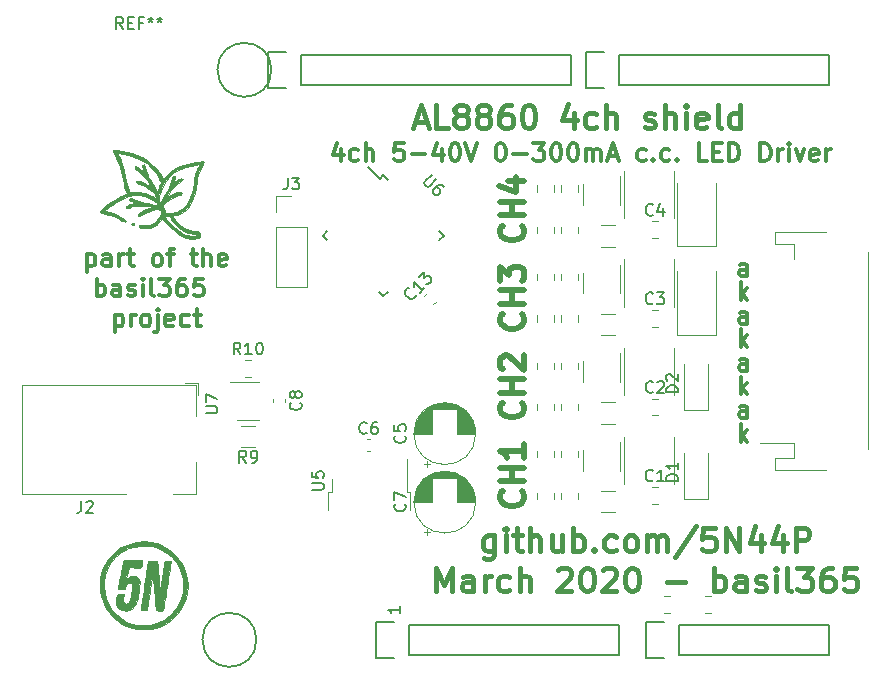
<source format=gbr>
G04 #@! TF.GenerationSoftware,KiCad,Pcbnew,(5.1.5)-3*
G04 #@! TF.CreationDate,2020-05-05T12:08:50+02:00*
G04 #@! TF.ProjectId,led_driver_test_board,6c65645f-6472-4697-9665-725f74657374,rev?*
G04 #@! TF.SameCoordinates,Original*
G04 #@! TF.FileFunction,Legend,Top*
G04 #@! TF.FilePolarity,Positive*
%FSLAX46Y46*%
G04 Gerber Fmt 4.6, Leading zero omitted, Abs format (unit mm)*
G04 Created by KiCad (PCBNEW (5.1.5)-3) date 2020-05-05 12:08:50*
%MOMM*%
%LPD*%
G04 APERTURE LIST*
%ADD10C,0.400000*%
%ADD11C,0.300000*%
%ADD12C,0.500000*%
%ADD13C,0.150000*%
%ADD14C,0.120000*%
%ADD15C,0.010000*%
G04 APERTURE END LIST*
D10*
X147390857Y-114986428D02*
X147390857Y-116605476D01*
X147295619Y-116795952D01*
X147200380Y-116891190D01*
X147009904Y-116986428D01*
X146724190Y-116986428D01*
X146533714Y-116891190D01*
X147390857Y-116224523D02*
X147200380Y-116319761D01*
X146819428Y-116319761D01*
X146628952Y-116224523D01*
X146533714Y-116129285D01*
X146438476Y-115938809D01*
X146438476Y-115367380D01*
X146533714Y-115176904D01*
X146628952Y-115081666D01*
X146819428Y-114986428D01*
X147200380Y-114986428D01*
X147390857Y-115081666D01*
X148343238Y-116319761D02*
X148343238Y-114986428D01*
X148343238Y-114319761D02*
X148248000Y-114415000D01*
X148343238Y-114510238D01*
X148438476Y-114415000D01*
X148343238Y-114319761D01*
X148343238Y-114510238D01*
X149009904Y-114986428D02*
X149771809Y-114986428D01*
X149295619Y-114319761D02*
X149295619Y-116034047D01*
X149390857Y-116224523D01*
X149581333Y-116319761D01*
X149771809Y-116319761D01*
X150438476Y-116319761D02*
X150438476Y-114319761D01*
X151295619Y-116319761D02*
X151295619Y-115272142D01*
X151200380Y-115081666D01*
X151009904Y-114986428D01*
X150724190Y-114986428D01*
X150533714Y-115081666D01*
X150438476Y-115176904D01*
X153105142Y-114986428D02*
X153105142Y-116319761D01*
X152248000Y-114986428D02*
X152248000Y-116034047D01*
X152343238Y-116224523D01*
X152533714Y-116319761D01*
X152819428Y-116319761D01*
X153009904Y-116224523D01*
X153105142Y-116129285D01*
X154057523Y-116319761D02*
X154057523Y-114319761D01*
X154057523Y-115081666D02*
X154248000Y-114986428D01*
X154628952Y-114986428D01*
X154819428Y-115081666D01*
X154914666Y-115176904D01*
X155009904Y-115367380D01*
X155009904Y-115938809D01*
X154914666Y-116129285D01*
X154819428Y-116224523D01*
X154628952Y-116319761D01*
X154248000Y-116319761D01*
X154057523Y-116224523D01*
X155867047Y-116129285D02*
X155962285Y-116224523D01*
X155867047Y-116319761D01*
X155771809Y-116224523D01*
X155867047Y-116129285D01*
X155867047Y-116319761D01*
X157676571Y-116224523D02*
X157486095Y-116319761D01*
X157105142Y-116319761D01*
X156914666Y-116224523D01*
X156819428Y-116129285D01*
X156724190Y-115938809D01*
X156724190Y-115367380D01*
X156819428Y-115176904D01*
X156914666Y-115081666D01*
X157105142Y-114986428D01*
X157486095Y-114986428D01*
X157676571Y-115081666D01*
X158819428Y-116319761D02*
X158628952Y-116224523D01*
X158533714Y-116129285D01*
X158438476Y-115938809D01*
X158438476Y-115367380D01*
X158533714Y-115176904D01*
X158628952Y-115081666D01*
X158819428Y-114986428D01*
X159105142Y-114986428D01*
X159295619Y-115081666D01*
X159390857Y-115176904D01*
X159486095Y-115367380D01*
X159486095Y-115938809D01*
X159390857Y-116129285D01*
X159295619Y-116224523D01*
X159105142Y-116319761D01*
X158819428Y-116319761D01*
X160343238Y-116319761D02*
X160343238Y-114986428D01*
X160343238Y-115176904D02*
X160438476Y-115081666D01*
X160628952Y-114986428D01*
X160914666Y-114986428D01*
X161105142Y-115081666D01*
X161200380Y-115272142D01*
X161200380Y-116319761D01*
X161200380Y-115272142D02*
X161295619Y-115081666D01*
X161486095Y-114986428D01*
X161771809Y-114986428D01*
X161962285Y-115081666D01*
X162057523Y-115272142D01*
X162057523Y-116319761D01*
X164438476Y-114224523D02*
X162724190Y-116795952D01*
X166057523Y-114319761D02*
X165105142Y-114319761D01*
X165009904Y-115272142D01*
X165105142Y-115176904D01*
X165295619Y-115081666D01*
X165771809Y-115081666D01*
X165962285Y-115176904D01*
X166057523Y-115272142D01*
X166152761Y-115462619D01*
X166152761Y-115938809D01*
X166057523Y-116129285D01*
X165962285Y-116224523D01*
X165771809Y-116319761D01*
X165295619Y-116319761D01*
X165105142Y-116224523D01*
X165009904Y-116129285D01*
X167009904Y-116319761D02*
X167009904Y-114319761D01*
X168152761Y-116319761D01*
X168152761Y-114319761D01*
X169962285Y-114986428D02*
X169962285Y-116319761D01*
X169486095Y-114224523D02*
X169009904Y-115653095D01*
X170248000Y-115653095D01*
X171867047Y-114986428D02*
X171867047Y-116319761D01*
X171390857Y-114224523D02*
X170914666Y-115653095D01*
X172152761Y-115653095D01*
X172914666Y-116319761D02*
X172914666Y-114319761D01*
X173676571Y-114319761D01*
X173867047Y-114415000D01*
X173962285Y-114510238D01*
X174057523Y-114700714D01*
X174057523Y-114986428D01*
X173962285Y-115176904D01*
X173867047Y-115272142D01*
X173676571Y-115367380D01*
X172914666Y-115367380D01*
X142486095Y-119719761D02*
X142486095Y-117719761D01*
X143152761Y-119148333D01*
X143819428Y-117719761D01*
X143819428Y-119719761D01*
X145628952Y-119719761D02*
X145628952Y-118672142D01*
X145533714Y-118481666D01*
X145343238Y-118386428D01*
X144962285Y-118386428D01*
X144771809Y-118481666D01*
X145628952Y-119624523D02*
X145438476Y-119719761D01*
X144962285Y-119719761D01*
X144771809Y-119624523D01*
X144676571Y-119434047D01*
X144676571Y-119243571D01*
X144771809Y-119053095D01*
X144962285Y-118957857D01*
X145438476Y-118957857D01*
X145628952Y-118862619D01*
X146581333Y-119719761D02*
X146581333Y-118386428D01*
X146581333Y-118767380D02*
X146676571Y-118576904D01*
X146771809Y-118481666D01*
X146962285Y-118386428D01*
X147152761Y-118386428D01*
X148676571Y-119624523D02*
X148486095Y-119719761D01*
X148105142Y-119719761D01*
X147914666Y-119624523D01*
X147819428Y-119529285D01*
X147724190Y-119338809D01*
X147724190Y-118767380D01*
X147819428Y-118576904D01*
X147914666Y-118481666D01*
X148105142Y-118386428D01*
X148486095Y-118386428D01*
X148676571Y-118481666D01*
X149533714Y-119719761D02*
X149533714Y-117719761D01*
X150390857Y-119719761D02*
X150390857Y-118672142D01*
X150295619Y-118481666D01*
X150105142Y-118386428D01*
X149819428Y-118386428D01*
X149628952Y-118481666D01*
X149533714Y-118576904D01*
X152771809Y-117910238D02*
X152867047Y-117815000D01*
X153057523Y-117719761D01*
X153533714Y-117719761D01*
X153724190Y-117815000D01*
X153819428Y-117910238D01*
X153914666Y-118100714D01*
X153914666Y-118291190D01*
X153819428Y-118576904D01*
X152676571Y-119719761D01*
X153914666Y-119719761D01*
X155152761Y-117719761D02*
X155343238Y-117719761D01*
X155533714Y-117815000D01*
X155628952Y-117910238D01*
X155724190Y-118100714D01*
X155819428Y-118481666D01*
X155819428Y-118957857D01*
X155724190Y-119338809D01*
X155628952Y-119529285D01*
X155533714Y-119624523D01*
X155343238Y-119719761D01*
X155152761Y-119719761D01*
X154962285Y-119624523D01*
X154867047Y-119529285D01*
X154771809Y-119338809D01*
X154676571Y-118957857D01*
X154676571Y-118481666D01*
X154771809Y-118100714D01*
X154867047Y-117910238D01*
X154962285Y-117815000D01*
X155152761Y-117719761D01*
X156581333Y-117910238D02*
X156676571Y-117815000D01*
X156867047Y-117719761D01*
X157343238Y-117719761D01*
X157533714Y-117815000D01*
X157628952Y-117910238D01*
X157724190Y-118100714D01*
X157724190Y-118291190D01*
X157628952Y-118576904D01*
X156486095Y-119719761D01*
X157724190Y-119719761D01*
X158962285Y-117719761D02*
X159152761Y-117719761D01*
X159343238Y-117815000D01*
X159438476Y-117910238D01*
X159533714Y-118100714D01*
X159628952Y-118481666D01*
X159628952Y-118957857D01*
X159533714Y-119338809D01*
X159438476Y-119529285D01*
X159343238Y-119624523D01*
X159152761Y-119719761D01*
X158962285Y-119719761D01*
X158771809Y-119624523D01*
X158676571Y-119529285D01*
X158581333Y-119338809D01*
X158486095Y-118957857D01*
X158486095Y-118481666D01*
X158581333Y-118100714D01*
X158676571Y-117910238D01*
X158771809Y-117815000D01*
X158962285Y-117719761D01*
X162009904Y-118957857D02*
X163533714Y-118957857D01*
X166009904Y-119719761D02*
X166009904Y-117719761D01*
X166009904Y-118481666D02*
X166200380Y-118386428D01*
X166581333Y-118386428D01*
X166771809Y-118481666D01*
X166867047Y-118576904D01*
X166962285Y-118767380D01*
X166962285Y-119338809D01*
X166867047Y-119529285D01*
X166771809Y-119624523D01*
X166581333Y-119719761D01*
X166200380Y-119719761D01*
X166009904Y-119624523D01*
X168676571Y-119719761D02*
X168676571Y-118672142D01*
X168581333Y-118481666D01*
X168390857Y-118386428D01*
X168009904Y-118386428D01*
X167819428Y-118481666D01*
X168676571Y-119624523D02*
X168486095Y-119719761D01*
X168009904Y-119719761D01*
X167819428Y-119624523D01*
X167724190Y-119434047D01*
X167724190Y-119243571D01*
X167819428Y-119053095D01*
X168009904Y-118957857D01*
X168486095Y-118957857D01*
X168676571Y-118862619D01*
X169533714Y-119624523D02*
X169724190Y-119719761D01*
X170105142Y-119719761D01*
X170295619Y-119624523D01*
X170390857Y-119434047D01*
X170390857Y-119338809D01*
X170295619Y-119148333D01*
X170105142Y-119053095D01*
X169819428Y-119053095D01*
X169628952Y-118957857D01*
X169533714Y-118767380D01*
X169533714Y-118672142D01*
X169628952Y-118481666D01*
X169819428Y-118386428D01*
X170105142Y-118386428D01*
X170295619Y-118481666D01*
X171248000Y-119719761D02*
X171248000Y-118386428D01*
X171248000Y-117719761D02*
X171152761Y-117815000D01*
X171248000Y-117910238D01*
X171343238Y-117815000D01*
X171248000Y-117719761D01*
X171248000Y-117910238D01*
X172486095Y-119719761D02*
X172295619Y-119624523D01*
X172200380Y-119434047D01*
X172200380Y-117719761D01*
X173057523Y-117719761D02*
X174295619Y-117719761D01*
X173628952Y-118481666D01*
X173914666Y-118481666D01*
X174105142Y-118576904D01*
X174200380Y-118672142D01*
X174295619Y-118862619D01*
X174295619Y-119338809D01*
X174200380Y-119529285D01*
X174105142Y-119624523D01*
X173914666Y-119719761D01*
X173343238Y-119719761D01*
X173152761Y-119624523D01*
X173057523Y-119529285D01*
X176009904Y-117719761D02*
X175628952Y-117719761D01*
X175438476Y-117815000D01*
X175343238Y-117910238D01*
X175152761Y-118195952D01*
X175057523Y-118576904D01*
X175057523Y-119338809D01*
X175152761Y-119529285D01*
X175247999Y-119624523D01*
X175438476Y-119719761D01*
X175819428Y-119719761D01*
X176009904Y-119624523D01*
X176105142Y-119529285D01*
X176200380Y-119338809D01*
X176200380Y-118862619D01*
X176105142Y-118672142D01*
X176009904Y-118576904D01*
X175819428Y-118481666D01*
X175438476Y-118481666D01*
X175247999Y-118576904D01*
X175152761Y-118672142D01*
X175057523Y-118862619D01*
X178009904Y-117719761D02*
X177057523Y-117719761D01*
X176962285Y-118672142D01*
X177057523Y-118576904D01*
X177247999Y-118481666D01*
X177724190Y-118481666D01*
X177914666Y-118576904D01*
X178009904Y-118672142D01*
X178105142Y-118862619D01*
X178105142Y-119338809D01*
X178009904Y-119529285D01*
X177914666Y-119624523D01*
X177724190Y-119719761D01*
X177247999Y-119719761D01*
X177057523Y-119624523D01*
X176962285Y-119529285D01*
D11*
X112905142Y-91193571D02*
X112905142Y-92693571D01*
X112905142Y-91265000D02*
X113048000Y-91193571D01*
X113333714Y-91193571D01*
X113476571Y-91265000D01*
X113548000Y-91336428D01*
X113619428Y-91479285D01*
X113619428Y-91907857D01*
X113548000Y-92050714D01*
X113476571Y-92122142D01*
X113333714Y-92193571D01*
X113048000Y-92193571D01*
X112905142Y-92122142D01*
X114905142Y-92193571D02*
X114905142Y-91407857D01*
X114833714Y-91265000D01*
X114690857Y-91193571D01*
X114405142Y-91193571D01*
X114262285Y-91265000D01*
X114905142Y-92122142D02*
X114762285Y-92193571D01*
X114405142Y-92193571D01*
X114262285Y-92122142D01*
X114190857Y-91979285D01*
X114190857Y-91836428D01*
X114262285Y-91693571D01*
X114405142Y-91622142D01*
X114762285Y-91622142D01*
X114905142Y-91550714D01*
X115619428Y-92193571D02*
X115619428Y-91193571D01*
X115619428Y-91479285D02*
X115690857Y-91336428D01*
X115762285Y-91265000D01*
X115905142Y-91193571D01*
X116048000Y-91193571D01*
X116333714Y-91193571D02*
X116905142Y-91193571D01*
X116548000Y-90693571D02*
X116548000Y-91979285D01*
X116619428Y-92122142D01*
X116762285Y-92193571D01*
X116905142Y-92193571D01*
X118762285Y-92193571D02*
X118619428Y-92122142D01*
X118548000Y-92050714D01*
X118476571Y-91907857D01*
X118476571Y-91479285D01*
X118548000Y-91336428D01*
X118619428Y-91265000D01*
X118762285Y-91193571D01*
X118976571Y-91193571D01*
X119119428Y-91265000D01*
X119190857Y-91336428D01*
X119262285Y-91479285D01*
X119262285Y-91907857D01*
X119190857Y-92050714D01*
X119119428Y-92122142D01*
X118976571Y-92193571D01*
X118762285Y-92193571D01*
X119690857Y-91193571D02*
X120262285Y-91193571D01*
X119905142Y-92193571D02*
X119905142Y-90907857D01*
X119976571Y-90765000D01*
X120119428Y-90693571D01*
X120262285Y-90693571D01*
X121690857Y-91193571D02*
X122262285Y-91193571D01*
X121905142Y-90693571D02*
X121905142Y-91979285D01*
X121976571Y-92122142D01*
X122119428Y-92193571D01*
X122262285Y-92193571D01*
X122762285Y-92193571D02*
X122762285Y-90693571D01*
X123405142Y-92193571D02*
X123405142Y-91407857D01*
X123333714Y-91265000D01*
X123190857Y-91193571D01*
X122976571Y-91193571D01*
X122833714Y-91265000D01*
X122762285Y-91336428D01*
X124690857Y-92122142D02*
X124548000Y-92193571D01*
X124262285Y-92193571D01*
X124119428Y-92122142D01*
X124048000Y-91979285D01*
X124048000Y-91407857D01*
X124119428Y-91265000D01*
X124262285Y-91193571D01*
X124548000Y-91193571D01*
X124690857Y-91265000D01*
X124762285Y-91407857D01*
X124762285Y-91550714D01*
X124048000Y-91693571D01*
X113726571Y-94743571D02*
X113726571Y-93243571D01*
X113726571Y-93815000D02*
X113869428Y-93743571D01*
X114155142Y-93743571D01*
X114298000Y-93815000D01*
X114369428Y-93886428D01*
X114440857Y-94029285D01*
X114440857Y-94457857D01*
X114369428Y-94600714D01*
X114298000Y-94672142D01*
X114155142Y-94743571D01*
X113869428Y-94743571D01*
X113726571Y-94672142D01*
X115726571Y-94743571D02*
X115726571Y-93957857D01*
X115655142Y-93815000D01*
X115512285Y-93743571D01*
X115226571Y-93743571D01*
X115083714Y-93815000D01*
X115726571Y-94672142D02*
X115583714Y-94743571D01*
X115226571Y-94743571D01*
X115083714Y-94672142D01*
X115012285Y-94529285D01*
X115012285Y-94386428D01*
X115083714Y-94243571D01*
X115226571Y-94172142D01*
X115583714Y-94172142D01*
X115726571Y-94100714D01*
X116369428Y-94672142D02*
X116512285Y-94743571D01*
X116798000Y-94743571D01*
X116940857Y-94672142D01*
X117012285Y-94529285D01*
X117012285Y-94457857D01*
X116940857Y-94315000D01*
X116798000Y-94243571D01*
X116583714Y-94243571D01*
X116440857Y-94172142D01*
X116369428Y-94029285D01*
X116369428Y-93957857D01*
X116440857Y-93815000D01*
X116583714Y-93743571D01*
X116798000Y-93743571D01*
X116940857Y-93815000D01*
X117655142Y-94743571D02*
X117655142Y-93743571D01*
X117655142Y-93243571D02*
X117583714Y-93315000D01*
X117655142Y-93386428D01*
X117726571Y-93315000D01*
X117655142Y-93243571D01*
X117655142Y-93386428D01*
X118583714Y-94743571D02*
X118440857Y-94672142D01*
X118369428Y-94529285D01*
X118369428Y-93243571D01*
X119012285Y-93243571D02*
X119940857Y-93243571D01*
X119440857Y-93815000D01*
X119655142Y-93815000D01*
X119798000Y-93886428D01*
X119869428Y-93957857D01*
X119940857Y-94100714D01*
X119940857Y-94457857D01*
X119869428Y-94600714D01*
X119798000Y-94672142D01*
X119655142Y-94743571D01*
X119226571Y-94743571D01*
X119083714Y-94672142D01*
X119012285Y-94600714D01*
X121226571Y-93243571D02*
X120940857Y-93243571D01*
X120798000Y-93315000D01*
X120726571Y-93386428D01*
X120583714Y-93600714D01*
X120512285Y-93886428D01*
X120512285Y-94457857D01*
X120583714Y-94600714D01*
X120655142Y-94672142D01*
X120798000Y-94743571D01*
X121083714Y-94743571D01*
X121226571Y-94672142D01*
X121298000Y-94600714D01*
X121369428Y-94457857D01*
X121369428Y-94100714D01*
X121298000Y-93957857D01*
X121226571Y-93886428D01*
X121083714Y-93815000D01*
X120798000Y-93815000D01*
X120655142Y-93886428D01*
X120583714Y-93957857D01*
X120512285Y-94100714D01*
X122726571Y-93243571D02*
X122012285Y-93243571D01*
X121940857Y-93957857D01*
X122012285Y-93886428D01*
X122155142Y-93815000D01*
X122512285Y-93815000D01*
X122655142Y-93886428D01*
X122726571Y-93957857D01*
X122798000Y-94100714D01*
X122798000Y-94457857D01*
X122726571Y-94600714D01*
X122655142Y-94672142D01*
X122512285Y-94743571D01*
X122155142Y-94743571D01*
X122012285Y-94672142D01*
X121940857Y-94600714D01*
X115262285Y-96293571D02*
X115262285Y-97793571D01*
X115262285Y-96365000D02*
X115405142Y-96293571D01*
X115690857Y-96293571D01*
X115833714Y-96365000D01*
X115905142Y-96436428D01*
X115976571Y-96579285D01*
X115976571Y-97007857D01*
X115905142Y-97150714D01*
X115833714Y-97222142D01*
X115690857Y-97293571D01*
X115405142Y-97293571D01*
X115262285Y-97222142D01*
X116619428Y-97293571D02*
X116619428Y-96293571D01*
X116619428Y-96579285D02*
X116690857Y-96436428D01*
X116762285Y-96365000D01*
X116905142Y-96293571D01*
X117048000Y-96293571D01*
X117762285Y-97293571D02*
X117619428Y-97222142D01*
X117548000Y-97150714D01*
X117476571Y-97007857D01*
X117476571Y-96579285D01*
X117548000Y-96436428D01*
X117619428Y-96365000D01*
X117762285Y-96293571D01*
X117976571Y-96293571D01*
X118119428Y-96365000D01*
X118190857Y-96436428D01*
X118262285Y-96579285D01*
X118262285Y-97007857D01*
X118190857Y-97150714D01*
X118119428Y-97222142D01*
X117976571Y-97293571D01*
X117762285Y-97293571D01*
X118905142Y-96293571D02*
X118905142Y-97579285D01*
X118833714Y-97722142D01*
X118690857Y-97793571D01*
X118619428Y-97793571D01*
X118905142Y-95793571D02*
X118833714Y-95865000D01*
X118905142Y-95936428D01*
X118976571Y-95865000D01*
X118905142Y-95793571D01*
X118905142Y-95936428D01*
X120190857Y-97222142D02*
X120048000Y-97293571D01*
X119762285Y-97293571D01*
X119619428Y-97222142D01*
X119548000Y-97079285D01*
X119548000Y-96507857D01*
X119619428Y-96365000D01*
X119762285Y-96293571D01*
X120048000Y-96293571D01*
X120190857Y-96365000D01*
X120262285Y-96507857D01*
X120262285Y-96650714D01*
X119548000Y-96793571D01*
X121548000Y-97222142D02*
X121405142Y-97293571D01*
X121119428Y-97293571D01*
X120976571Y-97222142D01*
X120905142Y-97150714D01*
X120833714Y-97007857D01*
X120833714Y-96579285D01*
X120905142Y-96436428D01*
X120976571Y-96365000D01*
X121119428Y-96293571D01*
X121405142Y-96293571D01*
X121548000Y-96365000D01*
X121976571Y-96293571D02*
X122548000Y-96293571D01*
X122190857Y-95793571D02*
X122190857Y-97079285D01*
X122262285Y-97222142D01*
X122405142Y-97293571D01*
X122548000Y-97293571D01*
X168819428Y-93043571D02*
X168819428Y-92257857D01*
X168748000Y-92115000D01*
X168605142Y-92043571D01*
X168319428Y-92043571D01*
X168176571Y-92115000D01*
X168819428Y-92972142D02*
X168676571Y-93043571D01*
X168319428Y-93043571D01*
X168176571Y-92972142D01*
X168105142Y-92829285D01*
X168105142Y-92686428D01*
X168176571Y-92543571D01*
X168319428Y-92472142D01*
X168676571Y-92472142D01*
X168819428Y-92400714D01*
X168819428Y-97043571D02*
X168819428Y-96257857D01*
X168748000Y-96115000D01*
X168605142Y-96043571D01*
X168319428Y-96043571D01*
X168176571Y-96115000D01*
X168819428Y-96972142D02*
X168676571Y-97043571D01*
X168319428Y-97043571D01*
X168176571Y-96972142D01*
X168105142Y-96829285D01*
X168105142Y-96686428D01*
X168176571Y-96543571D01*
X168319428Y-96472142D01*
X168676571Y-96472142D01*
X168819428Y-96400714D01*
X168819428Y-101043571D02*
X168819428Y-100257857D01*
X168748000Y-100115000D01*
X168605142Y-100043571D01*
X168319428Y-100043571D01*
X168176571Y-100115000D01*
X168819428Y-100972142D02*
X168676571Y-101043571D01*
X168319428Y-101043571D01*
X168176571Y-100972142D01*
X168105142Y-100829285D01*
X168105142Y-100686428D01*
X168176571Y-100543571D01*
X168319428Y-100472142D01*
X168676571Y-100472142D01*
X168819428Y-100400714D01*
X168819428Y-105043571D02*
X168819428Y-104257857D01*
X168748000Y-104115000D01*
X168605142Y-104043571D01*
X168319428Y-104043571D01*
X168176571Y-104115000D01*
X168819428Y-104972142D02*
X168676571Y-105043571D01*
X168319428Y-105043571D01*
X168176571Y-104972142D01*
X168105142Y-104829285D01*
X168105142Y-104686428D01*
X168176571Y-104543571D01*
X168319428Y-104472142D01*
X168676571Y-104472142D01*
X168819428Y-104400714D01*
X168248000Y-107043571D02*
X168248000Y-105543571D01*
X168390857Y-106472142D02*
X168819428Y-107043571D01*
X168819428Y-106043571D02*
X168248000Y-106615000D01*
X168248000Y-103043571D02*
X168248000Y-101543571D01*
X168390857Y-102472142D02*
X168819428Y-103043571D01*
X168819428Y-102043571D02*
X168248000Y-102615000D01*
X168248000Y-99043571D02*
X168248000Y-97543571D01*
X168390857Y-98472142D02*
X168819428Y-99043571D01*
X168819428Y-98043571D02*
X168248000Y-98615000D01*
X168248000Y-95043571D02*
X168248000Y-93543571D01*
X168390857Y-94472142D02*
X168819428Y-95043571D01*
X168819428Y-94043571D02*
X168248000Y-94615000D01*
D12*
X149712285Y-88745952D02*
X149807523Y-88841190D01*
X149902761Y-89126904D01*
X149902761Y-89317380D01*
X149807523Y-89603095D01*
X149617047Y-89793571D01*
X149426571Y-89888809D01*
X149045619Y-89984047D01*
X148759904Y-89984047D01*
X148378952Y-89888809D01*
X148188476Y-89793571D01*
X147998000Y-89603095D01*
X147902761Y-89317380D01*
X147902761Y-89126904D01*
X147998000Y-88841190D01*
X148093238Y-88745952D01*
X149902761Y-87888809D02*
X147902761Y-87888809D01*
X148855142Y-87888809D02*
X148855142Y-86745952D01*
X149902761Y-86745952D02*
X147902761Y-86745952D01*
X148569428Y-84936428D02*
X149902761Y-84936428D01*
X147807523Y-85412619D02*
X149236095Y-85888809D01*
X149236095Y-84650714D01*
X149712285Y-96245952D02*
X149807523Y-96341190D01*
X149902761Y-96626904D01*
X149902761Y-96817380D01*
X149807523Y-97103095D01*
X149617047Y-97293571D01*
X149426571Y-97388809D01*
X149045619Y-97484047D01*
X148759904Y-97484047D01*
X148378952Y-97388809D01*
X148188476Y-97293571D01*
X147998000Y-97103095D01*
X147902761Y-96817380D01*
X147902761Y-96626904D01*
X147998000Y-96341190D01*
X148093238Y-96245952D01*
X149902761Y-95388809D02*
X147902761Y-95388809D01*
X148855142Y-95388809D02*
X148855142Y-94245952D01*
X149902761Y-94245952D02*
X147902761Y-94245952D01*
X147902761Y-93484047D02*
X147902761Y-92245952D01*
X148664666Y-92912619D01*
X148664666Y-92626904D01*
X148759904Y-92436428D01*
X148855142Y-92341190D01*
X149045619Y-92245952D01*
X149521809Y-92245952D01*
X149712285Y-92341190D01*
X149807523Y-92436428D01*
X149902761Y-92626904D01*
X149902761Y-93198333D01*
X149807523Y-93388809D01*
X149712285Y-93484047D01*
X149712285Y-103745952D02*
X149807523Y-103841190D01*
X149902761Y-104126904D01*
X149902761Y-104317380D01*
X149807523Y-104603095D01*
X149617047Y-104793571D01*
X149426571Y-104888809D01*
X149045619Y-104984047D01*
X148759904Y-104984047D01*
X148378952Y-104888809D01*
X148188476Y-104793571D01*
X147998000Y-104603095D01*
X147902761Y-104317380D01*
X147902761Y-104126904D01*
X147998000Y-103841190D01*
X148093238Y-103745952D01*
X149902761Y-102888809D02*
X147902761Y-102888809D01*
X148855142Y-102888809D02*
X148855142Y-101745952D01*
X149902761Y-101745952D02*
X147902761Y-101745952D01*
X148093238Y-100888809D02*
X147998000Y-100793571D01*
X147902761Y-100603095D01*
X147902761Y-100126904D01*
X147998000Y-99936428D01*
X148093238Y-99841190D01*
X148283714Y-99745952D01*
X148474190Y-99745952D01*
X148759904Y-99841190D01*
X149902761Y-100984047D01*
X149902761Y-99745952D01*
X149712285Y-111245952D02*
X149807523Y-111341190D01*
X149902761Y-111626904D01*
X149902761Y-111817380D01*
X149807523Y-112103095D01*
X149617047Y-112293571D01*
X149426571Y-112388809D01*
X149045619Y-112484047D01*
X148759904Y-112484047D01*
X148378952Y-112388809D01*
X148188476Y-112293571D01*
X147998000Y-112103095D01*
X147902761Y-111817380D01*
X147902761Y-111626904D01*
X147998000Y-111341190D01*
X148093238Y-111245952D01*
X149902761Y-110388809D02*
X147902761Y-110388809D01*
X148855142Y-110388809D02*
X148855142Y-109245952D01*
X149902761Y-109245952D02*
X147902761Y-109245952D01*
X149902761Y-107245952D02*
X149902761Y-108388809D01*
X149902761Y-107817380D02*
X147902761Y-107817380D01*
X148188476Y-108007857D01*
X148378952Y-108198333D01*
X148474190Y-108388809D01*
D11*
X134426571Y-82293571D02*
X134426571Y-83293571D01*
X134069428Y-81722142D02*
X133712285Y-82793571D01*
X134640857Y-82793571D01*
X135855142Y-83222142D02*
X135712285Y-83293571D01*
X135426571Y-83293571D01*
X135283714Y-83222142D01*
X135212285Y-83150714D01*
X135140857Y-83007857D01*
X135140857Y-82579285D01*
X135212285Y-82436428D01*
X135283714Y-82365000D01*
X135426571Y-82293571D01*
X135712285Y-82293571D01*
X135855142Y-82365000D01*
X136498000Y-83293571D02*
X136498000Y-81793571D01*
X137140857Y-83293571D02*
X137140857Y-82507857D01*
X137069428Y-82365000D01*
X136926571Y-82293571D01*
X136712285Y-82293571D01*
X136569428Y-82365000D01*
X136498000Y-82436428D01*
X139712285Y-81793571D02*
X138998000Y-81793571D01*
X138926571Y-82507857D01*
X138998000Y-82436428D01*
X139140857Y-82365000D01*
X139498000Y-82365000D01*
X139640857Y-82436428D01*
X139712285Y-82507857D01*
X139783714Y-82650714D01*
X139783714Y-83007857D01*
X139712285Y-83150714D01*
X139640857Y-83222142D01*
X139498000Y-83293571D01*
X139140857Y-83293571D01*
X138998000Y-83222142D01*
X138926571Y-83150714D01*
X140426571Y-82722142D02*
X141569428Y-82722142D01*
X142926571Y-82293571D02*
X142926571Y-83293571D01*
X142569428Y-81722142D02*
X142212285Y-82793571D01*
X143140857Y-82793571D01*
X143998000Y-81793571D02*
X144140857Y-81793571D01*
X144283714Y-81865000D01*
X144355142Y-81936428D01*
X144426571Y-82079285D01*
X144498000Y-82365000D01*
X144498000Y-82722142D01*
X144426571Y-83007857D01*
X144355142Y-83150714D01*
X144283714Y-83222142D01*
X144140857Y-83293571D01*
X143998000Y-83293571D01*
X143855142Y-83222142D01*
X143783714Y-83150714D01*
X143712285Y-83007857D01*
X143640857Y-82722142D01*
X143640857Y-82365000D01*
X143712285Y-82079285D01*
X143783714Y-81936428D01*
X143855142Y-81865000D01*
X143998000Y-81793571D01*
X144926571Y-81793571D02*
X145426571Y-83293571D01*
X145926571Y-81793571D01*
X147855142Y-81793571D02*
X147998000Y-81793571D01*
X148140857Y-81865000D01*
X148212285Y-81936428D01*
X148283714Y-82079285D01*
X148355142Y-82365000D01*
X148355142Y-82722142D01*
X148283714Y-83007857D01*
X148212285Y-83150714D01*
X148140857Y-83222142D01*
X147998000Y-83293571D01*
X147855142Y-83293571D01*
X147712285Y-83222142D01*
X147640857Y-83150714D01*
X147569428Y-83007857D01*
X147498000Y-82722142D01*
X147498000Y-82365000D01*
X147569428Y-82079285D01*
X147640857Y-81936428D01*
X147712285Y-81865000D01*
X147855142Y-81793571D01*
X148998000Y-82722142D02*
X150140857Y-82722142D01*
X150712285Y-81793571D02*
X151640857Y-81793571D01*
X151140857Y-82365000D01*
X151355142Y-82365000D01*
X151498000Y-82436428D01*
X151569428Y-82507857D01*
X151640857Y-82650714D01*
X151640857Y-83007857D01*
X151569428Y-83150714D01*
X151498000Y-83222142D01*
X151355142Y-83293571D01*
X150926571Y-83293571D01*
X150783714Y-83222142D01*
X150712285Y-83150714D01*
X152569428Y-81793571D02*
X152712285Y-81793571D01*
X152855142Y-81865000D01*
X152926571Y-81936428D01*
X152998000Y-82079285D01*
X153069428Y-82365000D01*
X153069428Y-82722142D01*
X152998000Y-83007857D01*
X152926571Y-83150714D01*
X152855142Y-83222142D01*
X152712285Y-83293571D01*
X152569428Y-83293571D01*
X152426571Y-83222142D01*
X152355142Y-83150714D01*
X152283714Y-83007857D01*
X152212285Y-82722142D01*
X152212285Y-82365000D01*
X152283714Y-82079285D01*
X152355142Y-81936428D01*
X152426571Y-81865000D01*
X152569428Y-81793571D01*
X153998000Y-81793571D02*
X154140857Y-81793571D01*
X154283714Y-81865000D01*
X154355142Y-81936428D01*
X154426571Y-82079285D01*
X154498000Y-82365000D01*
X154498000Y-82722142D01*
X154426571Y-83007857D01*
X154355142Y-83150714D01*
X154283714Y-83222142D01*
X154140857Y-83293571D01*
X153998000Y-83293571D01*
X153855142Y-83222142D01*
X153783714Y-83150714D01*
X153712285Y-83007857D01*
X153640857Y-82722142D01*
X153640857Y-82365000D01*
X153712285Y-82079285D01*
X153783714Y-81936428D01*
X153855142Y-81865000D01*
X153998000Y-81793571D01*
X155140857Y-83293571D02*
X155140857Y-82293571D01*
X155140857Y-82436428D02*
X155212285Y-82365000D01*
X155355142Y-82293571D01*
X155569428Y-82293571D01*
X155712285Y-82365000D01*
X155783714Y-82507857D01*
X155783714Y-83293571D01*
X155783714Y-82507857D02*
X155855142Y-82365000D01*
X155998000Y-82293571D01*
X156212285Y-82293571D01*
X156355142Y-82365000D01*
X156426571Y-82507857D01*
X156426571Y-83293571D01*
X157069428Y-82865000D02*
X157783714Y-82865000D01*
X156926571Y-83293571D02*
X157426571Y-81793571D01*
X157926571Y-83293571D01*
X160212285Y-83222142D02*
X160069428Y-83293571D01*
X159783714Y-83293571D01*
X159640857Y-83222142D01*
X159569428Y-83150714D01*
X159498000Y-83007857D01*
X159498000Y-82579285D01*
X159569428Y-82436428D01*
X159640857Y-82365000D01*
X159783714Y-82293571D01*
X160069428Y-82293571D01*
X160212285Y-82365000D01*
X160855142Y-83150714D02*
X160926571Y-83222142D01*
X160855142Y-83293571D01*
X160783714Y-83222142D01*
X160855142Y-83150714D01*
X160855142Y-83293571D01*
X162212285Y-83222142D02*
X162069428Y-83293571D01*
X161783714Y-83293571D01*
X161640857Y-83222142D01*
X161569428Y-83150714D01*
X161498000Y-83007857D01*
X161498000Y-82579285D01*
X161569428Y-82436428D01*
X161640857Y-82365000D01*
X161783714Y-82293571D01*
X162069428Y-82293571D01*
X162212285Y-82365000D01*
X162855142Y-83150714D02*
X162926571Y-83222142D01*
X162855142Y-83293571D01*
X162783714Y-83222142D01*
X162855142Y-83150714D01*
X162855142Y-83293571D01*
X165426571Y-83293571D02*
X164712285Y-83293571D01*
X164712285Y-81793571D01*
X165926571Y-82507857D02*
X166426571Y-82507857D01*
X166640857Y-83293571D02*
X165926571Y-83293571D01*
X165926571Y-81793571D01*
X166640857Y-81793571D01*
X167283714Y-83293571D02*
X167283714Y-81793571D01*
X167640857Y-81793571D01*
X167855142Y-81865000D01*
X167998000Y-82007857D01*
X168069428Y-82150714D01*
X168140857Y-82436428D01*
X168140857Y-82650714D01*
X168069428Y-82936428D01*
X167998000Y-83079285D01*
X167855142Y-83222142D01*
X167640857Y-83293571D01*
X167283714Y-83293571D01*
X169926571Y-83293571D02*
X169926571Y-81793571D01*
X170283714Y-81793571D01*
X170498000Y-81865000D01*
X170640857Y-82007857D01*
X170712285Y-82150714D01*
X170783714Y-82436428D01*
X170783714Y-82650714D01*
X170712285Y-82936428D01*
X170640857Y-83079285D01*
X170498000Y-83222142D01*
X170283714Y-83293571D01*
X169926571Y-83293571D01*
X171426571Y-83293571D02*
X171426571Y-82293571D01*
X171426571Y-82579285D02*
X171498000Y-82436428D01*
X171569428Y-82365000D01*
X171712285Y-82293571D01*
X171855142Y-82293571D01*
X172355142Y-83293571D02*
X172355142Y-82293571D01*
X172355142Y-81793571D02*
X172283714Y-81865000D01*
X172355142Y-81936428D01*
X172426571Y-81865000D01*
X172355142Y-81793571D01*
X172355142Y-81936428D01*
X172926571Y-82293571D02*
X173283714Y-83293571D01*
X173640857Y-82293571D01*
X174783714Y-83222142D02*
X174640857Y-83293571D01*
X174355142Y-83293571D01*
X174212285Y-83222142D01*
X174140857Y-83079285D01*
X174140857Y-82507857D01*
X174212285Y-82365000D01*
X174355142Y-82293571D01*
X174640857Y-82293571D01*
X174783714Y-82365000D01*
X174855142Y-82507857D01*
X174855142Y-82650714D01*
X174140857Y-82793571D01*
X175498000Y-83293571D02*
X175498000Y-82293571D01*
X175498000Y-82579285D02*
X175569428Y-82436428D01*
X175640857Y-82365000D01*
X175783714Y-82293571D01*
X175926571Y-82293571D01*
D10*
X140688476Y-79948333D02*
X141640857Y-79948333D01*
X140498000Y-80519761D02*
X141164666Y-78519761D01*
X141831333Y-80519761D01*
X143450380Y-80519761D02*
X142498000Y-80519761D01*
X142498000Y-78519761D01*
X144402761Y-79376904D02*
X144212285Y-79281666D01*
X144117047Y-79186428D01*
X144021809Y-78995952D01*
X144021809Y-78900714D01*
X144117047Y-78710238D01*
X144212285Y-78615000D01*
X144402761Y-78519761D01*
X144783714Y-78519761D01*
X144974190Y-78615000D01*
X145069428Y-78710238D01*
X145164666Y-78900714D01*
X145164666Y-78995952D01*
X145069428Y-79186428D01*
X144974190Y-79281666D01*
X144783714Y-79376904D01*
X144402761Y-79376904D01*
X144212285Y-79472142D01*
X144117047Y-79567380D01*
X144021809Y-79757857D01*
X144021809Y-80138809D01*
X144117047Y-80329285D01*
X144212285Y-80424523D01*
X144402761Y-80519761D01*
X144783714Y-80519761D01*
X144974190Y-80424523D01*
X145069428Y-80329285D01*
X145164666Y-80138809D01*
X145164666Y-79757857D01*
X145069428Y-79567380D01*
X144974190Y-79472142D01*
X144783714Y-79376904D01*
X146307523Y-79376904D02*
X146117047Y-79281666D01*
X146021809Y-79186428D01*
X145926571Y-78995952D01*
X145926571Y-78900714D01*
X146021809Y-78710238D01*
X146117047Y-78615000D01*
X146307523Y-78519761D01*
X146688476Y-78519761D01*
X146878952Y-78615000D01*
X146974190Y-78710238D01*
X147069428Y-78900714D01*
X147069428Y-78995952D01*
X146974190Y-79186428D01*
X146878952Y-79281666D01*
X146688476Y-79376904D01*
X146307523Y-79376904D01*
X146117047Y-79472142D01*
X146021809Y-79567380D01*
X145926571Y-79757857D01*
X145926571Y-80138809D01*
X146021809Y-80329285D01*
X146117047Y-80424523D01*
X146307523Y-80519761D01*
X146688476Y-80519761D01*
X146878952Y-80424523D01*
X146974190Y-80329285D01*
X147069428Y-80138809D01*
X147069428Y-79757857D01*
X146974190Y-79567380D01*
X146878952Y-79472142D01*
X146688476Y-79376904D01*
X148783714Y-78519761D02*
X148402761Y-78519761D01*
X148212285Y-78615000D01*
X148117047Y-78710238D01*
X147926571Y-78995952D01*
X147831333Y-79376904D01*
X147831333Y-80138809D01*
X147926571Y-80329285D01*
X148021809Y-80424523D01*
X148212285Y-80519761D01*
X148593238Y-80519761D01*
X148783714Y-80424523D01*
X148878952Y-80329285D01*
X148974190Y-80138809D01*
X148974190Y-79662619D01*
X148878952Y-79472142D01*
X148783714Y-79376904D01*
X148593238Y-79281666D01*
X148212285Y-79281666D01*
X148021809Y-79376904D01*
X147926571Y-79472142D01*
X147831333Y-79662619D01*
X150212285Y-78519761D02*
X150402761Y-78519761D01*
X150593238Y-78615000D01*
X150688476Y-78710238D01*
X150783714Y-78900714D01*
X150878952Y-79281666D01*
X150878952Y-79757857D01*
X150783714Y-80138809D01*
X150688476Y-80329285D01*
X150593238Y-80424523D01*
X150402761Y-80519761D01*
X150212285Y-80519761D01*
X150021809Y-80424523D01*
X149926571Y-80329285D01*
X149831333Y-80138809D01*
X149736095Y-79757857D01*
X149736095Y-79281666D01*
X149831333Y-78900714D01*
X149926571Y-78710238D01*
X150021809Y-78615000D01*
X150212285Y-78519761D01*
X154117047Y-79186428D02*
X154117047Y-80519761D01*
X153640857Y-78424523D02*
X153164666Y-79853095D01*
X154402761Y-79853095D01*
X156021809Y-80424523D02*
X155831333Y-80519761D01*
X155450380Y-80519761D01*
X155259904Y-80424523D01*
X155164666Y-80329285D01*
X155069428Y-80138809D01*
X155069428Y-79567380D01*
X155164666Y-79376904D01*
X155259904Y-79281666D01*
X155450380Y-79186428D01*
X155831333Y-79186428D01*
X156021809Y-79281666D01*
X156878952Y-80519761D02*
X156878952Y-78519761D01*
X157736095Y-80519761D02*
X157736095Y-79472142D01*
X157640857Y-79281666D01*
X157450380Y-79186428D01*
X157164666Y-79186428D01*
X156974190Y-79281666D01*
X156878952Y-79376904D01*
X160117047Y-80424523D02*
X160307523Y-80519761D01*
X160688476Y-80519761D01*
X160878952Y-80424523D01*
X160974190Y-80234047D01*
X160974190Y-80138809D01*
X160878952Y-79948333D01*
X160688476Y-79853095D01*
X160402761Y-79853095D01*
X160212285Y-79757857D01*
X160117047Y-79567380D01*
X160117047Y-79472142D01*
X160212285Y-79281666D01*
X160402761Y-79186428D01*
X160688476Y-79186428D01*
X160878952Y-79281666D01*
X161831333Y-80519761D02*
X161831333Y-78519761D01*
X162688476Y-80519761D02*
X162688476Y-79472142D01*
X162593238Y-79281666D01*
X162402761Y-79186428D01*
X162117047Y-79186428D01*
X161926571Y-79281666D01*
X161831333Y-79376904D01*
X163640857Y-80519761D02*
X163640857Y-79186428D01*
X163640857Y-78519761D02*
X163545619Y-78615000D01*
X163640857Y-78710238D01*
X163736095Y-78615000D01*
X163640857Y-78519761D01*
X163640857Y-78710238D01*
X165355142Y-80424523D02*
X165164666Y-80519761D01*
X164783714Y-80519761D01*
X164593238Y-80424523D01*
X164498000Y-80234047D01*
X164498000Y-79472142D01*
X164593238Y-79281666D01*
X164783714Y-79186428D01*
X165164666Y-79186428D01*
X165355142Y-79281666D01*
X165450380Y-79472142D01*
X165450380Y-79662619D01*
X164498000Y-79853095D01*
X166593238Y-80519761D02*
X166402761Y-80424523D01*
X166307523Y-80234047D01*
X166307523Y-78519761D01*
X168212285Y-80519761D02*
X168212285Y-78519761D01*
X168212285Y-80424523D02*
X168021809Y-80519761D01*
X167640857Y-80519761D01*
X167450380Y-80424523D01*
X167355142Y-80329285D01*
X167259904Y-80138809D01*
X167259904Y-79567380D01*
X167355142Y-79376904D01*
X167450380Y-79281666D01*
X167640857Y-79186428D01*
X168021809Y-79186428D01*
X168212285Y-79281666D01*
D13*
X139390380Y-120999285D02*
X139390380Y-121570714D01*
X139390380Y-121285000D02*
X138390380Y-121285000D01*
X138533238Y-121380238D01*
X138628476Y-121475476D01*
X138676095Y-121570714D01*
D14*
X163498000Y-104365000D02*
X163498000Y-100465000D01*
X165498000Y-104365000D02*
X165498000Y-100465000D01*
X163498000Y-104365000D02*
X165498000Y-104365000D01*
X163498000Y-111865000D02*
X163498000Y-107965000D01*
X165498000Y-111865000D02*
X165498000Y-107965000D01*
X163498000Y-111865000D02*
X165498000Y-111865000D01*
X160739422Y-89825000D02*
X161256578Y-89825000D01*
X160739422Y-88405000D02*
X161256578Y-88405000D01*
X160739422Y-97325000D02*
X161256578Y-97325000D01*
X160739422Y-95905000D02*
X161256578Y-95905000D01*
X160739422Y-104825000D02*
X161256578Y-104825000D01*
X160739422Y-103405000D02*
X161256578Y-103405000D01*
X160739422Y-112325000D02*
X161256578Y-112325000D01*
X160739422Y-110905000D02*
X161256578Y-110905000D01*
D15*
G36*
X116868424Y-88552896D02*
G01*
X116894417Y-88635707D01*
X116885403Y-88678417D01*
X116833291Y-88723514D01*
X116752834Y-88725607D01*
X116687526Y-88686493D01*
X116678420Y-88669860D01*
X116677084Y-88577980D01*
X116743516Y-88525237D01*
X116787302Y-88519667D01*
X116868424Y-88552896D01*
G37*
X116868424Y-88552896D02*
X116894417Y-88635707D01*
X116885403Y-88678417D01*
X116833291Y-88723514D01*
X116752834Y-88725607D01*
X116687526Y-88686493D01*
X116678420Y-88669860D01*
X116677084Y-88577980D01*
X116743516Y-88525237D01*
X116787302Y-88519667D01*
X116868424Y-88552896D01*
G36*
X115389750Y-82348549D02*
G01*
X115424083Y-82351476D01*
X115842433Y-82407749D01*
X116286144Y-82502813D01*
X116731659Y-82629429D01*
X117155421Y-82780357D01*
X117533872Y-82948357D01*
X117748661Y-83065841D01*
X118083810Y-83299013D01*
X118418397Y-83588351D01*
X118732759Y-83913419D01*
X119007232Y-84253785D01*
X119222153Y-84589015D01*
X119232195Y-84607530D01*
X119353708Y-84833986D01*
X119531254Y-84606657D01*
X119660268Y-84461484D01*
X119823227Y-84305120D01*
X119973869Y-84180073D01*
X120224749Y-84006128D01*
X120483055Y-83859629D01*
X120764693Y-83734225D01*
X121085568Y-83623565D01*
X121461586Y-83521298D01*
X121837357Y-83436033D01*
X122170894Y-83370002D01*
X122428094Y-83329886D01*
X122613112Y-83315337D01*
X122730102Y-83326007D01*
X122780850Y-83357185D01*
X122772613Y-83408911D01*
X122731459Y-83521344D01*
X122663401Y-83680007D01*
X122574453Y-83870422D01*
X122530295Y-83960435D01*
X122420747Y-84183080D01*
X122343018Y-84351901D01*
X122290204Y-84488367D01*
X122255399Y-84613946D01*
X122231697Y-84750104D01*
X122212194Y-84918311D01*
X122207588Y-84963667D01*
X122136464Y-85511394D01*
X122038927Y-85987900D01*
X121911973Y-86403329D01*
X121752596Y-86767827D01*
X121592069Y-87041155D01*
X121356836Y-87332995D01*
X121079296Y-87572471D01*
X120773967Y-87749737D01*
X120455367Y-87854950D01*
X120370336Y-87869538D01*
X120247733Y-87897079D01*
X120181918Y-87934597D01*
X120176000Y-87949726D01*
X120204793Y-88026821D01*
X120282164Y-88145325D01*
X120394598Y-88289088D01*
X120528580Y-88441958D01*
X120670596Y-88587786D01*
X120807133Y-88710422D01*
X120823694Y-88723754D01*
X121105133Y-88927480D01*
X121364744Y-89069313D01*
X121625964Y-89158914D01*
X121912227Y-89205942D01*
X122011973Y-89213520D01*
X122228499Y-89242440D01*
X122372581Y-89302917D01*
X122452387Y-89400618D01*
X122476111Y-89535667D01*
X122450758Y-89677588D01*
X122369534Y-89775415D01*
X122224691Y-89834266D01*
X122008484Y-89859264D01*
X121985378Y-89860025D01*
X121796701Y-89859185D01*
X121609442Y-89848586D01*
X121479040Y-89832773D01*
X121224061Y-89762249D01*
X120950630Y-89636060D01*
X120647334Y-89448430D01*
X120472333Y-89323406D01*
X120242482Y-89143422D01*
X120005767Y-88941821D01*
X119779138Y-88734388D01*
X119579546Y-88536910D01*
X119423941Y-88365172D01*
X119370192Y-88296980D01*
X119253236Y-88137793D01*
X119104364Y-88345012D01*
X118993664Y-88482484D01*
X118872072Y-88609178D01*
X118806248Y-88666065D01*
X118545878Y-88817701D01*
X118237241Y-88921158D01*
X117905275Y-88970800D01*
X117574915Y-88960987D01*
X117530167Y-88954541D01*
X117403870Y-88929648D01*
X117340796Y-88898348D01*
X117319829Y-88846799D01*
X117318500Y-88815786D01*
X117318500Y-88710784D01*
X117763000Y-88710475D01*
X117971775Y-88708172D01*
X118121297Y-88698641D01*
X118236935Y-88677435D01*
X118344057Y-88640107D01*
X118453324Y-88589458D01*
X118717132Y-88414846D01*
X118863000Y-88261463D01*
X118959906Y-88118903D01*
X119054158Y-87946938D01*
X119072202Y-87907179D01*
X119419710Y-87907179D01*
X119423646Y-87959714D01*
X119483751Y-88056571D01*
X119590783Y-88188316D01*
X119735500Y-88345515D01*
X119908658Y-88518733D01*
X120101015Y-88698535D01*
X120303329Y-88875488D01*
X120506357Y-89040157D01*
X120596782Y-89108691D01*
X120856328Y-89293755D01*
X121072375Y-89428544D01*
X121263685Y-89520160D01*
X121449022Y-89575702D01*
X121647147Y-89602273D01*
X121876824Y-89606971D01*
X121911667Y-89606308D01*
X122080042Y-89598962D01*
X122178780Y-89584074D01*
X122222804Y-89558324D01*
X122229167Y-89535667D01*
X122207005Y-89498591D01*
X122131428Y-89472418D01*
X121988800Y-89453124D01*
X121932833Y-89448232D01*
X121572190Y-89391844D01*
X121244200Y-89277962D01*
X120930089Y-89104213D01*
X120716954Y-88948543D01*
X120500671Y-88759156D01*
X120299433Y-88554742D01*
X120131435Y-88353991D01*
X120014869Y-88175593D01*
X120002759Y-88151531D01*
X119940754Y-88029718D01*
X119885056Y-87963599D01*
X119806179Y-87932137D01*
X119674636Y-87914297D01*
X119669415Y-87913736D01*
X119538718Y-87903087D01*
X119446802Y-87901929D01*
X119419710Y-87907179D01*
X119072202Y-87907179D01*
X119133816Y-87771418D01*
X119186941Y-87618190D01*
X119202333Y-87526746D01*
X119166092Y-87478726D01*
X119073976Y-87422517D01*
X119011958Y-87395631D01*
X118925135Y-87364256D01*
X118853135Y-87348777D01*
X118775308Y-87351307D01*
X118671008Y-87373964D01*
X118519584Y-87418861D01*
X118391819Y-87459163D01*
X118070610Y-87568157D01*
X117810046Y-87671640D01*
X117616465Y-87766669D01*
X117496206Y-87850299D01*
X117463619Y-87890360D01*
X117395746Y-87952819D01*
X117308914Y-87965786D01*
X117239544Y-87926918D01*
X117227850Y-87905506D01*
X117232327Y-87804545D01*
X117314857Y-87693868D01*
X117469912Y-87577275D01*
X117691964Y-87458569D01*
X117975487Y-87341550D01*
X118122833Y-87290063D01*
X118419167Y-87191617D01*
X118228667Y-87129324D01*
X118063313Y-87094950D01*
X117816059Y-87072884D01*
X117488796Y-87063291D01*
X117466667Y-87063116D01*
X117230829Y-87062636D01*
X117058648Y-87066864D01*
X116929134Y-87078654D01*
X116821297Y-87100858D01*
X116714148Y-87136332D01*
X116605012Y-87180267D01*
X116454597Y-87241048D01*
X116360944Y-87270364D01*
X116303423Y-87271092D01*
X116261406Y-87246108D01*
X116245179Y-87230436D01*
X116202612Y-87175749D01*
X116216964Y-87130328D01*
X116275847Y-87077272D01*
X116366939Y-87023483D01*
X116509090Y-86961695D01*
X116670672Y-86905562D01*
X116965151Y-86816117D01*
X116729076Y-86709308D01*
X116579635Y-86630774D01*
X116505121Y-86562469D01*
X116493000Y-86522587D01*
X116509036Y-86455215D01*
X116562976Y-86426090D01*
X116663569Y-86436178D01*
X116819563Y-86486444D01*
X117039709Y-86577854D01*
X117055008Y-86584606D01*
X117322563Y-86694125D01*
X117555566Y-86767147D01*
X117789818Y-86814280D01*
X117866610Y-86825077D01*
X118094386Y-86863505D01*
X118351865Y-86920549D01*
X118589504Y-86985024D01*
X118626752Y-86996685D01*
X118793020Y-87047975D01*
X118926353Y-87084999D01*
X119008279Y-87102843D01*
X119024846Y-87102599D01*
X119006687Y-87065989D01*
X118943113Y-86985634D01*
X118847653Y-86878566D01*
X118842621Y-86873176D01*
X118520526Y-86588046D01*
X118502103Y-86577202D01*
X118995985Y-86577202D01*
X119005065Y-86666953D01*
X119039107Y-86727687D01*
X119067680Y-86756206D01*
X119117657Y-86796336D01*
X119153364Y-86796579D01*
X119189870Y-86744761D01*
X119242245Y-86628709D01*
X119251104Y-86608039D01*
X119406388Y-86275306D01*
X119574932Y-85966012D01*
X119729433Y-85725667D01*
X119828397Y-85547215D01*
X119928745Y-85289268D01*
X120003164Y-85048502D01*
X120070085Y-84821231D01*
X120123518Y-84665546D01*
X120169394Y-84570626D01*
X120213644Y-84525646D01*
X120262198Y-84519785D01*
X120288578Y-84527612D01*
X120335891Y-84586967D01*
X120337798Y-84712845D01*
X120294284Y-84907561D01*
X120285758Y-84936496D01*
X120226183Y-85134448D01*
X120423342Y-84991035D01*
X120560480Y-84896606D01*
X120694171Y-84812967D01*
X120755373Y-84778958D01*
X120850754Y-84736877D01*
X120908217Y-84738215D01*
X120954658Y-84774706D01*
X120999094Y-84843835D01*
X120980352Y-84910254D01*
X120891947Y-84984094D01*
X120779264Y-85048736D01*
X120526382Y-85218549D01*
X120266748Y-85461093D01*
X120009771Y-85765990D01*
X119764861Y-86122862D01*
X119685643Y-86254833D01*
X119562925Y-86466500D01*
X119710713Y-86368308D01*
X119845394Y-86287559D01*
X120020214Y-86194693D01*
X120212353Y-86100496D01*
X120398994Y-86015752D01*
X120557317Y-85951245D01*
X120663657Y-85917926D01*
X120794139Y-85917753D01*
X120867044Y-85947813D01*
X120920182Y-86022403D01*
X120902986Y-86095405D01*
X120826707Y-86142611D01*
X120773526Y-86149000D01*
X120653985Y-86172175D01*
X120487626Y-86235345D01*
X120290563Y-86328982D01*
X120078906Y-86443554D01*
X119868765Y-86569532D01*
X119676253Y-86697384D01*
X119517480Y-86817582D01*
X119408557Y-86920594D01*
X119369830Y-86979329D01*
X119354129Y-87075620D01*
X119385555Y-87189219D01*
X119416321Y-87254217D01*
X119465866Y-87380675D01*
X119480574Y-87484489D01*
X119476856Y-87505695D01*
X119462357Y-87580046D01*
X119482225Y-87629763D01*
X119547801Y-87658587D01*
X119670424Y-87670255D01*
X119861435Y-87668506D01*
X119959690Y-87664880D01*
X120185799Y-87651942D01*
X120353987Y-87631514D01*
X120490963Y-87598553D01*
X120623437Y-87548013D01*
X120656181Y-87533324D01*
X120945717Y-87368459D01*
X121195654Y-87154513D01*
X121408549Y-86886429D01*
X121586964Y-86559150D01*
X121733457Y-86167622D01*
X121850589Y-85706787D01*
X121940919Y-85171590D01*
X121969791Y-84938463D01*
X121998075Y-84708258D01*
X122027960Y-84533425D01*
X122067621Y-84384927D01*
X122125238Y-84233724D01*
X122208985Y-84050778D01*
X122235027Y-83996547D01*
X122314446Y-83826282D01*
X122373785Y-83687895D01*
X122406948Y-83596433D01*
X122409174Y-83566667D01*
X122335556Y-83576520D01*
X122198794Y-83603157D01*
X122017723Y-83642194D01*
X121811178Y-83689244D01*
X121597992Y-83739923D01*
X121397001Y-83789847D01*
X121227037Y-83834629D01*
X121107333Y-83869756D01*
X120627020Y-84063710D01*
X120210209Y-84312710D01*
X119854246Y-84619406D01*
X119556475Y-84986443D01*
X119314240Y-85416471D01*
X119156058Y-85815352D01*
X119095421Y-86016128D01*
X119044198Y-86221562D01*
X119011347Y-86394703D01*
X119006775Y-86431259D01*
X118995985Y-86577202D01*
X118502103Y-86577202D01*
X118158626Y-86375034D01*
X117763239Y-86235260D01*
X117340682Y-86169839D01*
X116897273Y-86179891D01*
X116439329Y-86266533D01*
X116083576Y-86385035D01*
X115892926Y-86464311D01*
X115722129Y-86545735D01*
X115554070Y-86639575D01*
X115371636Y-86756103D01*
X115157712Y-86905586D01*
X114896237Y-87097511D01*
X114692326Y-87251822D01*
X114552258Y-87364477D01*
X114469770Y-87441293D01*
X114438599Y-87488087D01*
X114451737Y-87510396D01*
X114523949Y-87533000D01*
X114655040Y-87569677D01*
X114821741Y-87614001D01*
X114898333Y-87633748D01*
X115091153Y-87693722D01*
X115303256Y-87777326D01*
X115520243Y-87876727D01*
X115727716Y-87984090D01*
X115911273Y-88091581D01*
X116056517Y-88191367D01*
X116149046Y-88275614D01*
X116175500Y-88328587D01*
X116161169Y-88391909D01*
X116112657Y-88416472D01*
X116021688Y-88400311D01*
X115879982Y-88341463D01*
X115679264Y-88237965D01*
X115592643Y-88190330D01*
X115342165Y-88058376D01*
X115121477Y-87961835D01*
X114892348Y-87885706D01*
X114665785Y-87826654D01*
X114412737Y-87764492D01*
X114231249Y-87715510D01*
X114110046Y-87675368D01*
X114037854Y-87639727D01*
X114003398Y-87604248D01*
X113995333Y-87568615D01*
X114028521Y-87511978D01*
X114121920Y-87414797D01*
X114266287Y-87284946D01*
X114452377Y-87130299D01*
X114670947Y-86958729D01*
X114912751Y-86778110D01*
X114983943Y-86726568D01*
X115238884Y-86555927D01*
X115514260Y-86392940D01*
X115785346Y-86251010D01*
X116027417Y-86143544D01*
X116122583Y-86109254D01*
X116222965Y-86072334D01*
X116277847Y-86043662D01*
X116281333Y-86038524D01*
X116266540Y-85990697D01*
X116229902Y-85896481D01*
X116219113Y-85870367D01*
X116154928Y-85693343D01*
X116080788Y-85449997D01*
X116001144Y-85157440D01*
X115920441Y-84832781D01*
X115843127Y-84493133D01*
X115774373Y-84159333D01*
X115721288Y-83894977D01*
X115673917Y-83689790D01*
X115624267Y-83519391D01*
X115564345Y-83359400D01*
X115486159Y-83185435D01*
X115392701Y-82995031D01*
X115273505Y-82754608D01*
X115203824Y-82603174D01*
X115495497Y-82603174D01*
X115508280Y-82643310D01*
X115551098Y-82743167D01*
X115616737Y-82886434D01*
X115676493Y-83012335D01*
X115758987Y-83194293D01*
X115826898Y-83372179D01*
X115886858Y-83567723D01*
X115945500Y-83802657D01*
X116009455Y-84098714D01*
X116012396Y-84113001D01*
X116108337Y-84564627D01*
X116195716Y-84942368D01*
X116277130Y-85256266D01*
X116355177Y-85516366D01*
X116429328Y-85724722D01*
X116484417Y-85855841D01*
X116529980Y-85924827D01*
X116583331Y-85949846D01*
X116644340Y-85950344D01*
X116907894Y-85938630D01*
X117175685Y-85936542D01*
X117425604Y-85943465D01*
X117635540Y-85958784D01*
X117783381Y-85981883D01*
X117784167Y-85982076D01*
X117979115Y-86041574D01*
X118190071Y-86124123D01*
X118389354Y-86217288D01*
X118549282Y-86308632D01*
X118609667Y-86352934D01*
X118695443Y-86422366D01*
X118730210Y-86430939D01*
X118727250Y-86372889D01*
X118713765Y-86307750D01*
X118673208Y-86169966D01*
X118625765Y-86055910D01*
X118546601Y-85956364D01*
X118406380Y-85833443D01*
X118221677Y-85697567D01*
X118009063Y-85559156D01*
X117785113Y-85428629D01*
X117566400Y-85316407D01*
X117369496Y-85232909D01*
X117263882Y-85199686D01*
X117130889Y-85155031D01*
X117065428Y-85101311D01*
X117051678Y-85061728D01*
X117066374Y-84981478D01*
X117099383Y-84951217D01*
X117213383Y-84943445D01*
X117379656Y-84979238D01*
X117582038Y-85052310D01*
X117804364Y-85156378D01*
X118030472Y-85285155D01*
X118136391Y-85354442D01*
X118241821Y-85421783D01*
X118315707Y-85459762D01*
X118336220Y-85462891D01*
X118330661Y-85411940D01*
X118274704Y-85311800D01*
X118177646Y-85173321D01*
X118048785Y-85007357D01*
X117897417Y-84824759D01*
X117732838Y-84636380D01*
X117564344Y-84453072D01*
X117401234Y-84285687D01*
X117252802Y-84145078D01*
X117128346Y-84042097D01*
X117104700Y-84025291D01*
X116980448Y-83923575D01*
X116933874Y-83837454D01*
X116961334Y-83758955D01*
X116975739Y-83743118D01*
X117028100Y-83706049D01*
X117087483Y-83716909D01*
X117157211Y-83758416D01*
X117248416Y-83826874D01*
X117373374Y-83931679D01*
X117505102Y-84050197D01*
X117505639Y-84050699D01*
X117611091Y-84144261D01*
X117684572Y-84199697D01*
X117713238Y-84207614D01*
X117712120Y-84201667D01*
X117690700Y-84127316D01*
X117659369Y-84001556D01*
X117634344Y-83893336D01*
X117605851Y-83742551D01*
X117604074Y-83651425D01*
X117628718Y-83599378D01*
X117630112Y-83597954D01*
X117702327Y-83571318D01*
X117776874Y-83615653D01*
X117838907Y-83719026D01*
X117858832Y-83781819D01*
X117931179Y-84066918D01*
X117992058Y-84286610D01*
X118048135Y-84458191D01*
X118106078Y-84598956D01*
X118172554Y-84726201D01*
X118254228Y-84857220D01*
X118299180Y-84924168D01*
X118427721Y-85124855D01*
X118561273Y-85352583D01*
X118674848Y-85564375D01*
X118694145Y-85603473D01*
X118772686Y-85763322D01*
X118823489Y-85855670D01*
X118854645Y-85889726D01*
X118874248Y-85874700D01*
X118889067Y-85825312D01*
X118920832Y-85726160D01*
X118976337Y-85581150D01*
X119043716Y-85421241D01*
X119045429Y-85417367D01*
X119110633Y-85263030D01*
X119143069Y-85157345D01*
X119147396Y-85073019D01*
X119128273Y-84982758D01*
X119122799Y-84964105D01*
X119038629Y-84767870D01*
X118898878Y-84537083D01*
X118716409Y-84287030D01*
X118504088Y-84032996D01*
X118274779Y-83790266D01*
X118041346Y-83574125D01*
X117816655Y-83399856D01*
X117792579Y-83383604D01*
X117442478Y-83174797D01*
X117075951Y-82998135D01*
X116724942Y-82868663D01*
X116658746Y-82849574D01*
X116500995Y-82808915D01*
X116312491Y-82763949D01*
X116110467Y-82718327D01*
X115912154Y-82675698D01*
X115734786Y-82639714D01*
X115595595Y-82614023D01*
X115511813Y-82602276D01*
X115495497Y-82603174D01*
X115203824Y-82603174D01*
X115193105Y-82579881D01*
X115151976Y-82461046D01*
X115150599Y-82388300D01*
X115189450Y-82351837D01*
X115269007Y-82341855D01*
X115389750Y-82348549D01*
G37*
X115389750Y-82348549D02*
X115424083Y-82351476D01*
X115842433Y-82407749D01*
X116286144Y-82502813D01*
X116731659Y-82629429D01*
X117155421Y-82780357D01*
X117533872Y-82948357D01*
X117748661Y-83065841D01*
X118083810Y-83299013D01*
X118418397Y-83588351D01*
X118732759Y-83913419D01*
X119007232Y-84253785D01*
X119222153Y-84589015D01*
X119232195Y-84607530D01*
X119353708Y-84833986D01*
X119531254Y-84606657D01*
X119660268Y-84461484D01*
X119823227Y-84305120D01*
X119973869Y-84180073D01*
X120224749Y-84006128D01*
X120483055Y-83859629D01*
X120764693Y-83734225D01*
X121085568Y-83623565D01*
X121461586Y-83521298D01*
X121837357Y-83436033D01*
X122170894Y-83370002D01*
X122428094Y-83329886D01*
X122613112Y-83315337D01*
X122730102Y-83326007D01*
X122780850Y-83357185D01*
X122772613Y-83408911D01*
X122731459Y-83521344D01*
X122663401Y-83680007D01*
X122574453Y-83870422D01*
X122530295Y-83960435D01*
X122420747Y-84183080D01*
X122343018Y-84351901D01*
X122290204Y-84488367D01*
X122255399Y-84613946D01*
X122231697Y-84750104D01*
X122212194Y-84918311D01*
X122207588Y-84963667D01*
X122136464Y-85511394D01*
X122038927Y-85987900D01*
X121911973Y-86403329D01*
X121752596Y-86767827D01*
X121592069Y-87041155D01*
X121356836Y-87332995D01*
X121079296Y-87572471D01*
X120773967Y-87749737D01*
X120455367Y-87854950D01*
X120370336Y-87869538D01*
X120247733Y-87897079D01*
X120181918Y-87934597D01*
X120176000Y-87949726D01*
X120204793Y-88026821D01*
X120282164Y-88145325D01*
X120394598Y-88289088D01*
X120528580Y-88441958D01*
X120670596Y-88587786D01*
X120807133Y-88710422D01*
X120823694Y-88723754D01*
X121105133Y-88927480D01*
X121364744Y-89069313D01*
X121625964Y-89158914D01*
X121912227Y-89205942D01*
X122011973Y-89213520D01*
X122228499Y-89242440D01*
X122372581Y-89302917D01*
X122452387Y-89400618D01*
X122476111Y-89535667D01*
X122450758Y-89677588D01*
X122369534Y-89775415D01*
X122224691Y-89834266D01*
X122008484Y-89859264D01*
X121985378Y-89860025D01*
X121796701Y-89859185D01*
X121609442Y-89848586D01*
X121479040Y-89832773D01*
X121224061Y-89762249D01*
X120950630Y-89636060D01*
X120647334Y-89448430D01*
X120472333Y-89323406D01*
X120242482Y-89143422D01*
X120005767Y-88941821D01*
X119779138Y-88734388D01*
X119579546Y-88536910D01*
X119423941Y-88365172D01*
X119370192Y-88296980D01*
X119253236Y-88137793D01*
X119104364Y-88345012D01*
X118993664Y-88482484D01*
X118872072Y-88609178D01*
X118806248Y-88666065D01*
X118545878Y-88817701D01*
X118237241Y-88921158D01*
X117905275Y-88970800D01*
X117574915Y-88960987D01*
X117530167Y-88954541D01*
X117403870Y-88929648D01*
X117340796Y-88898348D01*
X117319829Y-88846799D01*
X117318500Y-88815786D01*
X117318500Y-88710784D01*
X117763000Y-88710475D01*
X117971775Y-88708172D01*
X118121297Y-88698641D01*
X118236935Y-88677435D01*
X118344057Y-88640107D01*
X118453324Y-88589458D01*
X118717132Y-88414846D01*
X118863000Y-88261463D01*
X118959906Y-88118903D01*
X119054158Y-87946938D01*
X119072202Y-87907179D01*
X119419710Y-87907179D01*
X119423646Y-87959714D01*
X119483751Y-88056571D01*
X119590783Y-88188316D01*
X119735500Y-88345515D01*
X119908658Y-88518733D01*
X120101015Y-88698535D01*
X120303329Y-88875488D01*
X120506357Y-89040157D01*
X120596782Y-89108691D01*
X120856328Y-89293755D01*
X121072375Y-89428544D01*
X121263685Y-89520160D01*
X121449022Y-89575702D01*
X121647147Y-89602273D01*
X121876824Y-89606971D01*
X121911667Y-89606308D01*
X122080042Y-89598962D01*
X122178780Y-89584074D01*
X122222804Y-89558324D01*
X122229167Y-89535667D01*
X122207005Y-89498591D01*
X122131428Y-89472418D01*
X121988800Y-89453124D01*
X121932833Y-89448232D01*
X121572190Y-89391844D01*
X121244200Y-89277962D01*
X120930089Y-89104213D01*
X120716954Y-88948543D01*
X120500671Y-88759156D01*
X120299433Y-88554742D01*
X120131435Y-88353991D01*
X120014869Y-88175593D01*
X120002759Y-88151531D01*
X119940754Y-88029718D01*
X119885056Y-87963599D01*
X119806179Y-87932137D01*
X119674636Y-87914297D01*
X119669415Y-87913736D01*
X119538718Y-87903087D01*
X119446802Y-87901929D01*
X119419710Y-87907179D01*
X119072202Y-87907179D01*
X119133816Y-87771418D01*
X119186941Y-87618190D01*
X119202333Y-87526746D01*
X119166092Y-87478726D01*
X119073976Y-87422517D01*
X119011958Y-87395631D01*
X118925135Y-87364256D01*
X118853135Y-87348777D01*
X118775308Y-87351307D01*
X118671008Y-87373964D01*
X118519584Y-87418861D01*
X118391819Y-87459163D01*
X118070610Y-87568157D01*
X117810046Y-87671640D01*
X117616465Y-87766669D01*
X117496206Y-87850299D01*
X117463619Y-87890360D01*
X117395746Y-87952819D01*
X117308914Y-87965786D01*
X117239544Y-87926918D01*
X117227850Y-87905506D01*
X117232327Y-87804545D01*
X117314857Y-87693868D01*
X117469912Y-87577275D01*
X117691964Y-87458569D01*
X117975487Y-87341550D01*
X118122833Y-87290063D01*
X118419167Y-87191617D01*
X118228667Y-87129324D01*
X118063313Y-87094950D01*
X117816059Y-87072884D01*
X117488796Y-87063291D01*
X117466667Y-87063116D01*
X117230829Y-87062636D01*
X117058648Y-87066864D01*
X116929134Y-87078654D01*
X116821297Y-87100858D01*
X116714148Y-87136332D01*
X116605012Y-87180267D01*
X116454597Y-87241048D01*
X116360944Y-87270364D01*
X116303423Y-87271092D01*
X116261406Y-87246108D01*
X116245179Y-87230436D01*
X116202612Y-87175749D01*
X116216964Y-87130328D01*
X116275847Y-87077272D01*
X116366939Y-87023483D01*
X116509090Y-86961695D01*
X116670672Y-86905562D01*
X116965151Y-86816117D01*
X116729076Y-86709308D01*
X116579635Y-86630774D01*
X116505121Y-86562469D01*
X116493000Y-86522587D01*
X116509036Y-86455215D01*
X116562976Y-86426090D01*
X116663569Y-86436178D01*
X116819563Y-86486444D01*
X117039709Y-86577854D01*
X117055008Y-86584606D01*
X117322563Y-86694125D01*
X117555566Y-86767147D01*
X117789818Y-86814280D01*
X117866610Y-86825077D01*
X118094386Y-86863505D01*
X118351865Y-86920549D01*
X118589504Y-86985024D01*
X118626752Y-86996685D01*
X118793020Y-87047975D01*
X118926353Y-87084999D01*
X119008279Y-87102843D01*
X119024846Y-87102599D01*
X119006687Y-87065989D01*
X118943113Y-86985634D01*
X118847653Y-86878566D01*
X118842621Y-86873176D01*
X118520526Y-86588046D01*
X118502103Y-86577202D01*
X118995985Y-86577202D01*
X119005065Y-86666953D01*
X119039107Y-86727687D01*
X119067680Y-86756206D01*
X119117657Y-86796336D01*
X119153364Y-86796579D01*
X119189870Y-86744761D01*
X119242245Y-86628709D01*
X119251104Y-86608039D01*
X119406388Y-86275306D01*
X119574932Y-85966012D01*
X119729433Y-85725667D01*
X119828397Y-85547215D01*
X119928745Y-85289268D01*
X120003164Y-85048502D01*
X120070085Y-84821231D01*
X120123518Y-84665546D01*
X120169394Y-84570626D01*
X120213644Y-84525646D01*
X120262198Y-84519785D01*
X120288578Y-84527612D01*
X120335891Y-84586967D01*
X120337798Y-84712845D01*
X120294284Y-84907561D01*
X120285758Y-84936496D01*
X120226183Y-85134448D01*
X120423342Y-84991035D01*
X120560480Y-84896606D01*
X120694171Y-84812967D01*
X120755373Y-84778958D01*
X120850754Y-84736877D01*
X120908217Y-84738215D01*
X120954658Y-84774706D01*
X120999094Y-84843835D01*
X120980352Y-84910254D01*
X120891947Y-84984094D01*
X120779264Y-85048736D01*
X120526382Y-85218549D01*
X120266748Y-85461093D01*
X120009771Y-85765990D01*
X119764861Y-86122862D01*
X119685643Y-86254833D01*
X119562925Y-86466500D01*
X119710713Y-86368308D01*
X119845394Y-86287559D01*
X120020214Y-86194693D01*
X120212353Y-86100496D01*
X120398994Y-86015752D01*
X120557317Y-85951245D01*
X120663657Y-85917926D01*
X120794139Y-85917753D01*
X120867044Y-85947813D01*
X120920182Y-86022403D01*
X120902986Y-86095405D01*
X120826707Y-86142611D01*
X120773526Y-86149000D01*
X120653985Y-86172175D01*
X120487626Y-86235345D01*
X120290563Y-86328982D01*
X120078906Y-86443554D01*
X119868765Y-86569532D01*
X119676253Y-86697384D01*
X119517480Y-86817582D01*
X119408557Y-86920594D01*
X119369830Y-86979329D01*
X119354129Y-87075620D01*
X119385555Y-87189219D01*
X119416321Y-87254217D01*
X119465866Y-87380675D01*
X119480574Y-87484489D01*
X119476856Y-87505695D01*
X119462357Y-87580046D01*
X119482225Y-87629763D01*
X119547801Y-87658587D01*
X119670424Y-87670255D01*
X119861435Y-87668506D01*
X119959690Y-87664880D01*
X120185799Y-87651942D01*
X120353987Y-87631514D01*
X120490963Y-87598553D01*
X120623437Y-87548013D01*
X120656181Y-87533324D01*
X120945717Y-87368459D01*
X121195654Y-87154513D01*
X121408549Y-86886429D01*
X121586964Y-86559150D01*
X121733457Y-86167622D01*
X121850589Y-85706787D01*
X121940919Y-85171590D01*
X121969791Y-84938463D01*
X121998075Y-84708258D01*
X122027960Y-84533425D01*
X122067621Y-84384927D01*
X122125238Y-84233724D01*
X122208985Y-84050778D01*
X122235027Y-83996547D01*
X122314446Y-83826282D01*
X122373785Y-83687895D01*
X122406948Y-83596433D01*
X122409174Y-83566667D01*
X122335556Y-83576520D01*
X122198794Y-83603157D01*
X122017723Y-83642194D01*
X121811178Y-83689244D01*
X121597992Y-83739923D01*
X121397001Y-83789847D01*
X121227037Y-83834629D01*
X121107333Y-83869756D01*
X120627020Y-84063710D01*
X120210209Y-84312710D01*
X119854246Y-84619406D01*
X119556475Y-84986443D01*
X119314240Y-85416471D01*
X119156058Y-85815352D01*
X119095421Y-86016128D01*
X119044198Y-86221562D01*
X119011347Y-86394703D01*
X119006775Y-86431259D01*
X118995985Y-86577202D01*
X118502103Y-86577202D01*
X118158626Y-86375034D01*
X117763239Y-86235260D01*
X117340682Y-86169839D01*
X116897273Y-86179891D01*
X116439329Y-86266533D01*
X116083576Y-86385035D01*
X115892926Y-86464311D01*
X115722129Y-86545735D01*
X115554070Y-86639575D01*
X115371636Y-86756103D01*
X115157712Y-86905586D01*
X114896237Y-87097511D01*
X114692326Y-87251822D01*
X114552258Y-87364477D01*
X114469770Y-87441293D01*
X114438599Y-87488087D01*
X114451737Y-87510396D01*
X114523949Y-87533000D01*
X114655040Y-87569677D01*
X114821741Y-87614001D01*
X114898333Y-87633748D01*
X115091153Y-87693722D01*
X115303256Y-87777326D01*
X115520243Y-87876727D01*
X115727716Y-87984090D01*
X115911273Y-88091581D01*
X116056517Y-88191367D01*
X116149046Y-88275614D01*
X116175500Y-88328587D01*
X116161169Y-88391909D01*
X116112657Y-88416472D01*
X116021688Y-88400311D01*
X115879982Y-88341463D01*
X115679264Y-88237965D01*
X115592643Y-88190330D01*
X115342165Y-88058376D01*
X115121477Y-87961835D01*
X114892348Y-87885706D01*
X114665785Y-87826654D01*
X114412737Y-87764492D01*
X114231249Y-87715510D01*
X114110046Y-87675368D01*
X114037854Y-87639727D01*
X114003398Y-87604248D01*
X113995333Y-87568615D01*
X114028521Y-87511978D01*
X114121920Y-87414797D01*
X114266287Y-87284946D01*
X114452377Y-87130299D01*
X114670947Y-86958729D01*
X114912751Y-86778110D01*
X114983943Y-86726568D01*
X115238884Y-86555927D01*
X115514260Y-86392940D01*
X115785346Y-86251010D01*
X116027417Y-86143544D01*
X116122583Y-86109254D01*
X116222965Y-86072334D01*
X116277847Y-86043662D01*
X116281333Y-86038524D01*
X116266540Y-85990697D01*
X116229902Y-85896481D01*
X116219113Y-85870367D01*
X116154928Y-85693343D01*
X116080788Y-85449997D01*
X116001144Y-85157440D01*
X115920441Y-84832781D01*
X115843127Y-84493133D01*
X115774373Y-84159333D01*
X115721288Y-83894977D01*
X115673917Y-83689790D01*
X115624267Y-83519391D01*
X115564345Y-83359400D01*
X115486159Y-83185435D01*
X115392701Y-82995031D01*
X115273505Y-82754608D01*
X115203824Y-82603174D01*
X115495497Y-82603174D01*
X115508280Y-82643310D01*
X115551098Y-82743167D01*
X115616737Y-82886434D01*
X115676493Y-83012335D01*
X115758987Y-83194293D01*
X115826898Y-83372179D01*
X115886858Y-83567723D01*
X115945500Y-83802657D01*
X116009455Y-84098714D01*
X116012396Y-84113001D01*
X116108337Y-84564627D01*
X116195716Y-84942368D01*
X116277130Y-85256266D01*
X116355177Y-85516366D01*
X116429328Y-85724722D01*
X116484417Y-85855841D01*
X116529980Y-85924827D01*
X116583331Y-85949846D01*
X116644340Y-85950344D01*
X116907894Y-85938630D01*
X117175685Y-85936542D01*
X117425604Y-85943465D01*
X117635540Y-85958784D01*
X117783381Y-85981883D01*
X117784167Y-85982076D01*
X117979115Y-86041574D01*
X118190071Y-86124123D01*
X118389354Y-86217288D01*
X118549282Y-86308632D01*
X118609667Y-86352934D01*
X118695443Y-86422366D01*
X118730210Y-86430939D01*
X118727250Y-86372889D01*
X118713765Y-86307750D01*
X118673208Y-86169966D01*
X118625765Y-86055910D01*
X118546601Y-85956364D01*
X118406380Y-85833443D01*
X118221677Y-85697567D01*
X118009063Y-85559156D01*
X117785113Y-85428629D01*
X117566400Y-85316407D01*
X117369496Y-85232909D01*
X117263882Y-85199686D01*
X117130889Y-85155031D01*
X117065428Y-85101311D01*
X117051678Y-85061728D01*
X117066374Y-84981478D01*
X117099383Y-84951217D01*
X117213383Y-84943445D01*
X117379656Y-84979238D01*
X117582038Y-85052310D01*
X117804364Y-85156378D01*
X118030472Y-85285155D01*
X118136391Y-85354442D01*
X118241821Y-85421783D01*
X118315707Y-85459762D01*
X118336220Y-85462891D01*
X118330661Y-85411940D01*
X118274704Y-85311800D01*
X118177646Y-85173321D01*
X118048785Y-85007357D01*
X117897417Y-84824759D01*
X117732838Y-84636380D01*
X117564344Y-84453072D01*
X117401234Y-84285687D01*
X117252802Y-84145078D01*
X117128346Y-84042097D01*
X117104700Y-84025291D01*
X116980448Y-83923575D01*
X116933874Y-83837454D01*
X116961334Y-83758955D01*
X116975739Y-83743118D01*
X117028100Y-83706049D01*
X117087483Y-83716909D01*
X117157211Y-83758416D01*
X117248416Y-83826874D01*
X117373374Y-83931679D01*
X117505102Y-84050197D01*
X117505639Y-84050699D01*
X117611091Y-84144261D01*
X117684572Y-84199697D01*
X117713238Y-84207614D01*
X117712120Y-84201667D01*
X117690700Y-84127316D01*
X117659369Y-84001556D01*
X117634344Y-83893336D01*
X117605851Y-83742551D01*
X117604074Y-83651425D01*
X117628718Y-83599378D01*
X117630112Y-83597954D01*
X117702327Y-83571318D01*
X117776874Y-83615653D01*
X117838907Y-83719026D01*
X117858832Y-83781819D01*
X117931179Y-84066918D01*
X117992058Y-84286610D01*
X118048135Y-84458191D01*
X118106078Y-84598956D01*
X118172554Y-84726201D01*
X118254228Y-84857220D01*
X118299180Y-84924168D01*
X118427721Y-85124855D01*
X118561273Y-85352583D01*
X118674848Y-85564375D01*
X118694145Y-85603473D01*
X118772686Y-85763322D01*
X118823489Y-85855670D01*
X118854645Y-85889726D01*
X118874248Y-85874700D01*
X118889067Y-85825312D01*
X118920832Y-85726160D01*
X118976337Y-85581150D01*
X119043716Y-85421241D01*
X119045429Y-85417367D01*
X119110633Y-85263030D01*
X119143069Y-85157345D01*
X119147396Y-85073019D01*
X119128273Y-84982758D01*
X119122799Y-84964105D01*
X119038629Y-84767870D01*
X118898878Y-84537083D01*
X118716409Y-84287030D01*
X118504088Y-84032996D01*
X118274779Y-83790266D01*
X118041346Y-83574125D01*
X117816655Y-83399856D01*
X117792579Y-83383604D01*
X117442478Y-83174797D01*
X117075951Y-82998135D01*
X116724942Y-82868663D01*
X116658746Y-82849574D01*
X116500995Y-82808915D01*
X116312491Y-82763949D01*
X116110467Y-82718327D01*
X115912154Y-82675698D01*
X115734786Y-82639714D01*
X115595595Y-82614023D01*
X115511813Y-82602276D01*
X115495497Y-82603174D01*
X115203824Y-82603174D01*
X115193105Y-82579881D01*
X115151976Y-82461046D01*
X115150599Y-82388300D01*
X115189450Y-82351837D01*
X115269007Y-82341855D01*
X115389750Y-82348549D01*
G36*
X119904522Y-117123102D02*
G01*
X119984311Y-117132821D01*
X120014408Y-117157109D01*
X120012292Y-117202585D01*
X120009124Y-117216584D01*
X119998229Y-117277011D01*
X119975937Y-117412322D01*
X119943636Y-117613707D01*
X119902714Y-117872353D01*
X119854559Y-118179450D01*
X119800561Y-118526186D01*
X119742107Y-118903749D01*
X119690621Y-119238000D01*
X119629514Y-119634634D01*
X119571726Y-120007836D01*
X119518642Y-120348795D01*
X119471647Y-120648699D01*
X119432126Y-120898738D01*
X119401464Y-121090101D01*
X119381047Y-121213976D01*
X119372830Y-121259417D01*
X119354086Y-121309757D01*
X119313485Y-121338386D01*
X119231117Y-121351334D01*
X119087075Y-121354632D01*
X119058379Y-121354667D01*
X118898963Y-121351120D01*
X118805437Y-121337544D01*
X118759212Y-121309538D01*
X118745469Y-121280584D01*
X118737147Y-121221818D01*
X118722847Y-121089150D01*
X118703556Y-120893057D01*
X118680262Y-120644014D01*
X118653949Y-120352499D01*
X118625607Y-120028989D01*
X118605918Y-119798917D01*
X118576794Y-119463834D01*
X118548765Y-119157286D01*
X118522832Y-118889054D01*
X118499998Y-118668919D01*
X118481267Y-118506661D01*
X118467641Y-118412063D01*
X118461612Y-118391334D01*
X118447595Y-118431025D01*
X118423939Y-118541270D01*
X118393094Y-118708822D01*
X118357507Y-118920434D01*
X118322671Y-119142750D01*
X118274501Y-119458200D01*
X118219708Y-119813484D01*
X118163969Y-120172001D01*
X118112961Y-120497147D01*
X118096171Y-120603250D01*
X117983621Y-121312334D01*
X117715644Y-121312334D01*
X117577565Y-121310810D01*
X117480836Y-121306833D01*
X117447723Y-121301750D01*
X117454010Y-121259111D01*
X117472020Y-121140857D01*
X117500512Y-120955042D01*
X117538248Y-120709721D01*
X117583985Y-120412947D01*
X117636485Y-120072774D01*
X117694506Y-119697256D01*
X117756809Y-119294447D01*
X117765223Y-119240074D01*
X117828069Y-118833340D01*
X117886782Y-118452056D01*
X117940117Y-118104397D01*
X117986831Y-117798539D01*
X118025678Y-117542655D01*
X118055413Y-117344920D01*
X118074793Y-117213510D01*
X118082571Y-117156599D01*
X118082666Y-117155158D01*
X118121840Y-117140248D01*
X118226758Y-117128694D01*
X118378512Y-117122178D01*
X118462860Y-117121334D01*
X118643781Y-117122637D01*
X118757183Y-117129269D01*
X118820204Y-117145315D01*
X118849982Y-117174859D01*
X118862569Y-117216584D01*
X118871121Y-117282897D01*
X118885337Y-117421575D01*
X118904113Y-117620582D01*
X118926342Y-117867888D01*
X118950921Y-118151459D01*
X118976743Y-118459264D01*
X118977175Y-118464505D01*
X119002442Y-118765846D01*
X119025961Y-119037009D01*
X119046744Y-119267320D01*
X119063799Y-119446104D01*
X119076139Y-119562685D01*
X119082773Y-119606388D01*
X119083024Y-119606420D01*
X119092133Y-119563439D01*
X119112283Y-119447843D01*
X119141664Y-119270704D01*
X119178465Y-119043092D01*
X119220873Y-118776079D01*
X119264694Y-118496081D01*
X119311822Y-118193494D01*
X119355832Y-117912087D01*
X119394705Y-117664681D01*
X119426420Y-117464099D01*
X119448959Y-117323164D01*
X119459554Y-117258917D01*
X119483503Y-117121334D01*
X119757558Y-117121334D01*
X119904522Y-117123102D01*
G37*
X119904522Y-117123102D02*
X119984311Y-117132821D01*
X120014408Y-117157109D01*
X120012292Y-117202585D01*
X120009124Y-117216584D01*
X119998229Y-117277011D01*
X119975937Y-117412322D01*
X119943636Y-117613707D01*
X119902714Y-117872353D01*
X119854559Y-118179450D01*
X119800561Y-118526186D01*
X119742107Y-118903749D01*
X119690621Y-119238000D01*
X119629514Y-119634634D01*
X119571726Y-120007836D01*
X119518642Y-120348795D01*
X119471647Y-120648699D01*
X119432126Y-120898738D01*
X119401464Y-121090101D01*
X119381047Y-121213976D01*
X119372830Y-121259417D01*
X119354086Y-121309757D01*
X119313485Y-121338386D01*
X119231117Y-121351334D01*
X119087075Y-121354632D01*
X119058379Y-121354667D01*
X118898963Y-121351120D01*
X118805437Y-121337544D01*
X118759212Y-121309538D01*
X118745469Y-121280584D01*
X118737147Y-121221818D01*
X118722847Y-121089150D01*
X118703556Y-120893057D01*
X118680262Y-120644014D01*
X118653949Y-120352499D01*
X118625607Y-120028989D01*
X118605918Y-119798917D01*
X118576794Y-119463834D01*
X118548765Y-119157286D01*
X118522832Y-118889054D01*
X118499998Y-118668919D01*
X118481267Y-118506661D01*
X118467641Y-118412063D01*
X118461612Y-118391334D01*
X118447595Y-118431025D01*
X118423939Y-118541270D01*
X118393094Y-118708822D01*
X118357507Y-118920434D01*
X118322671Y-119142750D01*
X118274501Y-119458200D01*
X118219708Y-119813484D01*
X118163969Y-120172001D01*
X118112961Y-120497147D01*
X118096171Y-120603250D01*
X117983621Y-121312334D01*
X117715644Y-121312334D01*
X117577565Y-121310810D01*
X117480836Y-121306833D01*
X117447723Y-121301750D01*
X117454010Y-121259111D01*
X117472020Y-121140857D01*
X117500512Y-120955042D01*
X117538248Y-120709721D01*
X117583985Y-120412947D01*
X117636485Y-120072774D01*
X117694506Y-119697256D01*
X117756809Y-119294447D01*
X117765223Y-119240074D01*
X117828069Y-118833340D01*
X117886782Y-118452056D01*
X117940117Y-118104397D01*
X117986831Y-117798539D01*
X118025678Y-117542655D01*
X118055413Y-117344920D01*
X118074793Y-117213510D01*
X118082571Y-117156599D01*
X118082666Y-117155158D01*
X118121840Y-117140248D01*
X118226758Y-117128694D01*
X118378512Y-117122178D01*
X118462860Y-117121334D01*
X118643781Y-117122637D01*
X118757183Y-117129269D01*
X118820204Y-117145315D01*
X118849982Y-117174859D01*
X118862569Y-117216584D01*
X118871121Y-117282897D01*
X118885337Y-117421575D01*
X118904113Y-117620582D01*
X118926342Y-117867888D01*
X118950921Y-118151459D01*
X118976743Y-118459264D01*
X118977175Y-118464505D01*
X119002442Y-118765846D01*
X119025961Y-119037009D01*
X119046744Y-119267320D01*
X119063799Y-119446104D01*
X119076139Y-119562685D01*
X119082773Y-119606388D01*
X119083024Y-119606420D01*
X119092133Y-119563439D01*
X119112283Y-119447843D01*
X119141664Y-119270704D01*
X119178465Y-119043092D01*
X119220873Y-118776079D01*
X119264694Y-118496081D01*
X119311822Y-118193494D01*
X119355832Y-117912087D01*
X119394705Y-117664681D01*
X119426420Y-117464099D01*
X119448959Y-117323164D01*
X119459554Y-117258917D01*
X119483503Y-117121334D01*
X119757558Y-117121334D01*
X119904522Y-117123102D01*
G36*
X117554123Y-117364750D02*
G01*
X117535557Y-117514680D01*
X117516336Y-117631035D01*
X117500919Y-117687817D01*
X117452143Y-117700666D01*
X117336199Y-117708057D01*
X117170440Y-117709448D01*
X116972465Y-117704308D01*
X116727414Y-117697586D01*
X116561755Y-117701160D01*
X116470813Y-117715263D01*
X116449437Y-117730491D01*
X116433705Y-117789128D01*
X116404608Y-117911345D01*
X116366622Y-118077957D01*
X116333163Y-118228849D01*
X116234259Y-118680197D01*
X116393735Y-118552039D01*
X116579860Y-118444727D01*
X116779034Y-118399986D01*
X116972753Y-118415487D01*
X117142510Y-118488902D01*
X117269801Y-118617903D01*
X117296228Y-118665586D01*
X117334830Y-118791834D01*
X117358795Y-118958182D01*
X117363000Y-119055318D01*
X117353936Y-119233982D01*
X117329135Y-119464389D01*
X117292183Y-119726038D01*
X117246666Y-119998429D01*
X117196168Y-120261059D01*
X117144275Y-120493430D01*
X117094574Y-120675039D01*
X117065780Y-120754678D01*
X116922572Y-120991238D01*
X116727989Y-121173620D01*
X116496779Y-121296156D01*
X116243685Y-121353178D01*
X115983453Y-121339018D01*
X115752719Y-121259417D01*
X115576339Y-121138411D01*
X115459228Y-120977905D01*
X115396808Y-120767687D01*
X115384496Y-120497550D01*
X115387083Y-120444500D01*
X115401252Y-120235922D01*
X115420764Y-120097490D01*
X115455868Y-120014826D01*
X115516817Y-119973552D01*
X115613861Y-119959291D01*
X115734174Y-119957667D01*
X116001290Y-119957667D01*
X115994228Y-120304374D01*
X115992253Y-120476252D01*
X115998344Y-120583865D01*
X116017644Y-120647567D01*
X116055296Y-120687708D01*
X116097773Y-120714083D01*
X116237764Y-120752474D01*
X116369514Y-120713357D01*
X116479250Y-120603708D01*
X116534046Y-120493039D01*
X116572445Y-120357392D01*
X116613914Y-120163184D01*
X116654305Y-119936212D01*
X116689469Y-119702275D01*
X116715259Y-119487169D01*
X116727527Y-119316692D01*
X116728000Y-119286841D01*
X116699945Y-119133962D01*
X116626257Y-119037314D01*
X116522644Y-118994776D01*
X116404819Y-119004225D01*
X116288491Y-119063539D01*
X116189372Y-119170596D01*
X116123172Y-119323273D01*
X116113343Y-119369872D01*
X116085557Y-119534334D01*
X115814112Y-119534334D01*
X115665307Y-119531167D01*
X115582752Y-119518231D01*
X115548152Y-119490371D01*
X115542666Y-119457854D01*
X115550589Y-119401913D01*
X115572616Y-119276407D01*
X115606129Y-119094772D01*
X115648514Y-118870440D01*
X115697155Y-118616848D01*
X115749437Y-118347430D01*
X115802743Y-118075621D01*
X115854459Y-117814855D01*
X115901968Y-117578567D01*
X115942656Y-117380192D01*
X115973906Y-117233165D01*
X115987260Y-117174250D01*
X115997412Y-117140883D01*
X116017421Y-117116390D01*
X116058949Y-117099399D01*
X116133663Y-117088539D01*
X116253226Y-117082437D01*
X116429303Y-117079722D01*
X116673558Y-117079023D01*
X116797238Y-117079000D01*
X117584530Y-117079000D01*
X117554123Y-117364750D01*
G37*
X117554123Y-117364750D02*
X117535557Y-117514680D01*
X117516336Y-117631035D01*
X117500919Y-117687817D01*
X117452143Y-117700666D01*
X117336199Y-117708057D01*
X117170440Y-117709448D01*
X116972465Y-117704308D01*
X116727414Y-117697586D01*
X116561755Y-117701160D01*
X116470813Y-117715263D01*
X116449437Y-117730491D01*
X116433705Y-117789128D01*
X116404608Y-117911345D01*
X116366622Y-118077957D01*
X116333163Y-118228849D01*
X116234259Y-118680197D01*
X116393735Y-118552039D01*
X116579860Y-118444727D01*
X116779034Y-118399986D01*
X116972753Y-118415487D01*
X117142510Y-118488902D01*
X117269801Y-118617903D01*
X117296228Y-118665586D01*
X117334830Y-118791834D01*
X117358795Y-118958182D01*
X117363000Y-119055318D01*
X117353936Y-119233982D01*
X117329135Y-119464389D01*
X117292183Y-119726038D01*
X117246666Y-119998429D01*
X117196168Y-120261059D01*
X117144275Y-120493430D01*
X117094574Y-120675039D01*
X117065780Y-120754678D01*
X116922572Y-120991238D01*
X116727989Y-121173620D01*
X116496779Y-121296156D01*
X116243685Y-121353178D01*
X115983453Y-121339018D01*
X115752719Y-121259417D01*
X115576339Y-121138411D01*
X115459228Y-120977905D01*
X115396808Y-120767687D01*
X115384496Y-120497550D01*
X115387083Y-120444500D01*
X115401252Y-120235922D01*
X115420764Y-120097490D01*
X115455868Y-120014826D01*
X115516817Y-119973552D01*
X115613861Y-119959291D01*
X115734174Y-119957667D01*
X116001290Y-119957667D01*
X115994228Y-120304374D01*
X115992253Y-120476252D01*
X115998344Y-120583865D01*
X116017644Y-120647567D01*
X116055296Y-120687708D01*
X116097773Y-120714083D01*
X116237764Y-120752474D01*
X116369514Y-120713357D01*
X116479250Y-120603708D01*
X116534046Y-120493039D01*
X116572445Y-120357392D01*
X116613914Y-120163184D01*
X116654305Y-119936212D01*
X116689469Y-119702275D01*
X116715259Y-119487169D01*
X116727527Y-119316692D01*
X116728000Y-119286841D01*
X116699945Y-119133962D01*
X116626257Y-119037314D01*
X116522644Y-118994776D01*
X116404819Y-119004225D01*
X116288491Y-119063539D01*
X116189372Y-119170596D01*
X116123172Y-119323273D01*
X116113343Y-119369872D01*
X116085557Y-119534334D01*
X115814112Y-119534334D01*
X115665307Y-119531167D01*
X115582752Y-119518231D01*
X115548152Y-119490371D01*
X115542666Y-119457854D01*
X115550589Y-119401913D01*
X115572616Y-119276407D01*
X115606129Y-119094772D01*
X115648514Y-118870440D01*
X115697155Y-118616848D01*
X115749437Y-118347430D01*
X115802743Y-118075621D01*
X115854459Y-117814855D01*
X115901968Y-117578567D01*
X115942656Y-117380192D01*
X115973906Y-117233165D01*
X115987260Y-117174250D01*
X115997412Y-117140883D01*
X116017421Y-117116390D01*
X116058949Y-117099399D01*
X116133663Y-117088539D01*
X116253226Y-117082437D01*
X116429303Y-117079722D01*
X116673558Y-117079023D01*
X116797238Y-117079000D01*
X117584530Y-117079000D01*
X117554123Y-117364750D01*
G36*
X118278174Y-115525967D02*
G01*
X118807743Y-115648963D01*
X119313468Y-115850985D01*
X119790357Y-116130307D01*
X120233416Y-116485206D01*
X120389833Y-116637435D01*
X120740916Y-117056691D01*
X121021596Y-117521056D01*
X121230168Y-118026154D01*
X121364928Y-118567610D01*
X121424172Y-119141047D01*
X121427000Y-119300839D01*
X121385807Y-119820370D01*
X121266328Y-120325810D01*
X121074714Y-120809313D01*
X120817115Y-121263034D01*
X120499681Y-121679127D01*
X120128563Y-122049745D01*
X119709910Y-122367043D01*
X119249875Y-122623174D01*
X118754606Y-122810293D01*
X118654166Y-122838145D01*
X118364053Y-122895492D01*
X118028830Y-122932356D01*
X117679285Y-122947489D01*
X117346203Y-122939645D01*
X117060372Y-122907575D01*
X117038793Y-122903606D01*
X116485898Y-122756907D01*
X115974824Y-122537861D01*
X115509825Y-122249996D01*
X115095151Y-121896840D01*
X114735056Y-121481922D01*
X114433791Y-121008770D01*
X114231470Y-120574363D01*
X114086226Y-120124912D01*
X114002536Y-119654524D01*
X113984096Y-119301500D01*
X114328074Y-119301500D01*
X114392911Y-119855601D01*
X114533359Y-120374404D01*
X114746732Y-120853734D01*
X115030343Y-121289419D01*
X115381506Y-121677286D01*
X115797534Y-122013159D01*
X116243379Y-122276756D01*
X116691247Y-122456556D01*
X117174390Y-122566743D01*
X117677909Y-122605900D01*
X118186904Y-122572611D01*
X118569168Y-122497752D01*
X119026342Y-122338610D01*
X119462546Y-122104721D01*
X119866537Y-121805444D01*
X120227068Y-121450138D01*
X120532894Y-121048161D01*
X120730985Y-120698500D01*
X120874865Y-120373975D01*
X120972604Y-120076497D01*
X121030915Y-119775749D01*
X121056510Y-119441411D01*
X121058987Y-119216834D01*
X121016593Y-118664823D01*
X120897835Y-118148732D01*
X120704100Y-117670960D01*
X120436773Y-117233908D01*
X120097240Y-116839977D01*
X119686888Y-116491566D01*
X119362647Y-116278645D01*
X118911156Y-116060079D01*
X118430138Y-115916220D01*
X117929897Y-115847065D01*
X117420736Y-115852608D01*
X116912958Y-115932844D01*
X116416867Y-116087768D01*
X116008333Y-116280237D01*
X115794437Y-116420575D01*
X115556154Y-116613087D01*
X115313761Y-116838019D01*
X115087533Y-117075614D01*
X114897746Y-117306118D01*
X114786821Y-117470368D01*
X114561130Y-117914232D01*
X114412605Y-118355336D01*
X114336536Y-118812481D01*
X114328074Y-119301500D01*
X113984096Y-119301500D01*
X113976333Y-119152892D01*
X114006320Y-118642383D01*
X114100010Y-118172256D01*
X114262999Y-117724162D01*
X114500880Y-117279752D01*
X114589577Y-117141558D01*
X114934102Y-116697564D01*
X115332244Y-116317979D01*
X115779561Y-116005594D01*
X116271607Y-115763196D01*
X116803941Y-115593574D01*
X117167472Y-115523952D01*
X117729753Y-115483722D01*
X118278174Y-115525967D01*
G37*
X118278174Y-115525967D02*
X118807743Y-115648963D01*
X119313468Y-115850985D01*
X119790357Y-116130307D01*
X120233416Y-116485206D01*
X120389833Y-116637435D01*
X120740916Y-117056691D01*
X121021596Y-117521056D01*
X121230168Y-118026154D01*
X121364928Y-118567610D01*
X121424172Y-119141047D01*
X121427000Y-119300839D01*
X121385807Y-119820370D01*
X121266328Y-120325810D01*
X121074714Y-120809313D01*
X120817115Y-121263034D01*
X120499681Y-121679127D01*
X120128563Y-122049745D01*
X119709910Y-122367043D01*
X119249875Y-122623174D01*
X118754606Y-122810293D01*
X118654166Y-122838145D01*
X118364053Y-122895492D01*
X118028830Y-122932356D01*
X117679285Y-122947489D01*
X117346203Y-122939645D01*
X117060372Y-122907575D01*
X117038793Y-122903606D01*
X116485898Y-122756907D01*
X115974824Y-122537861D01*
X115509825Y-122249996D01*
X115095151Y-121896840D01*
X114735056Y-121481922D01*
X114433791Y-121008770D01*
X114231470Y-120574363D01*
X114086226Y-120124912D01*
X114002536Y-119654524D01*
X113984096Y-119301500D01*
X114328074Y-119301500D01*
X114392911Y-119855601D01*
X114533359Y-120374404D01*
X114746732Y-120853734D01*
X115030343Y-121289419D01*
X115381506Y-121677286D01*
X115797534Y-122013159D01*
X116243379Y-122276756D01*
X116691247Y-122456556D01*
X117174390Y-122566743D01*
X117677909Y-122605900D01*
X118186904Y-122572611D01*
X118569168Y-122497752D01*
X119026342Y-122338610D01*
X119462546Y-122104721D01*
X119866537Y-121805444D01*
X120227068Y-121450138D01*
X120532894Y-121048161D01*
X120730985Y-120698500D01*
X120874865Y-120373975D01*
X120972604Y-120076497D01*
X121030915Y-119775749D01*
X121056510Y-119441411D01*
X121058987Y-119216834D01*
X121016593Y-118664823D01*
X120897835Y-118148732D01*
X120704100Y-117670960D01*
X120436773Y-117233908D01*
X120097240Y-116839977D01*
X119686888Y-116491566D01*
X119362647Y-116278645D01*
X118911156Y-116060079D01*
X118430138Y-115916220D01*
X117929897Y-115847065D01*
X117420736Y-115852608D01*
X116912958Y-115932844D01*
X116416867Y-116087768D01*
X116008333Y-116280237D01*
X115794437Y-116420575D01*
X115556154Y-116613087D01*
X115313761Y-116838019D01*
X115087533Y-117075614D01*
X114897746Y-117306118D01*
X114786821Y-117470368D01*
X114561130Y-117914232D01*
X114412605Y-118355336D01*
X114336536Y-118812481D01*
X114328074Y-119301500D01*
X113984096Y-119301500D01*
X113976333Y-119152892D01*
X114006320Y-118642383D01*
X114100010Y-118172256D01*
X114262999Y-117724162D01*
X114500880Y-117279752D01*
X114589577Y-117141558D01*
X114934102Y-116697564D01*
X115332244Y-116317979D01*
X115779561Y-116005594D01*
X116271607Y-115763196D01*
X116803941Y-115593574D01*
X117167472Y-115523952D01*
X117729753Y-115483722D01*
X118278174Y-115525967D01*
D14*
X165239422Y-121575000D02*
X165756578Y-121575000D01*
X165239422Y-120155000D02*
X165756578Y-120155000D01*
X161739422Y-121575000D02*
X162256578Y-121575000D01*
X161739422Y-120155000D02*
X162256578Y-120155000D01*
X128893000Y-86245000D02*
X130223000Y-86245000D01*
X128893000Y-87575000D02*
X128893000Y-86245000D01*
X128893000Y-88845000D02*
X131553000Y-88845000D01*
X131553000Y-88845000D02*
X131553000Y-93985000D01*
X128893000Y-88845000D02*
X128893000Y-93985000D01*
X128893000Y-93985000D02*
X131553000Y-93985000D01*
X142193522Y-95415727D02*
X142423727Y-95185522D01*
X141472273Y-94694478D02*
X141702478Y-94464273D01*
X151038000Y-88856422D02*
X151038000Y-89373578D01*
X152458000Y-88856422D02*
X152458000Y-89373578D01*
X152458000Y-85873578D02*
X152458000Y-85356422D01*
X151038000Y-85873578D02*
X151038000Y-85356422D01*
X151038000Y-96356422D02*
X151038000Y-96873578D01*
X152458000Y-96356422D02*
X152458000Y-96873578D01*
X152458000Y-93373578D02*
X152458000Y-92856422D01*
X151038000Y-93373578D02*
X151038000Y-92856422D01*
X151038000Y-103856422D02*
X151038000Y-104373578D01*
X152458000Y-103856422D02*
X152458000Y-104373578D01*
X152458000Y-100873578D02*
X152458000Y-100356422D01*
X151038000Y-100873578D02*
X151038000Y-100356422D01*
X151038000Y-111356422D02*
X151038000Y-111873578D01*
X152458000Y-111356422D02*
X152458000Y-111873578D01*
X152458000Y-108373578D02*
X152458000Y-107856422D01*
X151038000Y-108373578D02*
X151038000Y-107856422D01*
X127448000Y-102005000D02*
X124998000Y-102005000D01*
X125648000Y-105225000D02*
X127448000Y-105225000D01*
D13*
X137998000Y-84488476D02*
X137697480Y-84788996D01*
X143124524Y-89615000D02*
X142753293Y-89986231D01*
X137998000Y-94741524D02*
X138369231Y-94370293D01*
X132871476Y-89615000D02*
X133242707Y-89243769D01*
X137998000Y-84488476D02*
X138369231Y-84859707D01*
X132871476Y-89615000D02*
X133242707Y-89986231D01*
X137998000Y-94741524D02*
X137626769Y-94370293D01*
X143124524Y-89615000D02*
X142753293Y-89243769D01*
X137697480Y-84788996D02*
X136725208Y-83816724D01*
D14*
X126289422Y-101575000D02*
X126806578Y-101575000D01*
X126289422Y-100155000D02*
X126806578Y-100155000D01*
X125945936Y-107525000D02*
X127150064Y-107525000D01*
X125945936Y-105705000D02*
X127150064Y-105705000D01*
X157600064Y-88705000D02*
X156395936Y-88705000D01*
X157600064Y-90525000D02*
X156395936Y-90525000D01*
X162848000Y-90515000D02*
X162848000Y-85115000D01*
X166148000Y-90515000D02*
X166148000Y-85115000D01*
X162848000Y-90515000D02*
X166148000Y-90515000D01*
X154458000Y-85873578D02*
X154458000Y-85356422D01*
X153038000Y-85873578D02*
X153038000Y-85356422D01*
X154458000Y-93373578D02*
X154458000Y-92856422D01*
X153038000Y-93373578D02*
X153038000Y-92856422D01*
X154458000Y-100873578D02*
X154458000Y-100356422D01*
X153038000Y-100873578D02*
X153038000Y-100356422D01*
X154458000Y-108373578D02*
X154458000Y-107856422D01*
X153038000Y-108373578D02*
X153038000Y-107856422D01*
X153038000Y-88856422D02*
X153038000Y-89373578D01*
X154458000Y-88856422D02*
X154458000Y-89373578D01*
X153038000Y-96356422D02*
X153038000Y-96873578D01*
X154458000Y-96356422D02*
X154458000Y-96873578D01*
X153038000Y-103856422D02*
X153038000Y-104373578D01*
X154458000Y-103856422D02*
X154458000Y-104373578D01*
X153038000Y-111356422D02*
X153038000Y-111873578D01*
X154458000Y-111356422D02*
X154458000Y-111873578D01*
X158008000Y-86995000D02*
X158008000Y-84565000D01*
X154938000Y-85235000D02*
X154938000Y-86995000D01*
X158008000Y-94495000D02*
X158008000Y-92065000D01*
X154938000Y-92735000D02*
X154938000Y-94495000D01*
X158008000Y-101995000D02*
X158008000Y-99565000D01*
X154938000Y-100235000D02*
X154938000Y-101995000D01*
X158008000Y-109495000D02*
X158008000Y-107065000D01*
X154938000Y-107735000D02*
X154938000Y-109495000D01*
X140248000Y-112845000D02*
X140248000Y-111345000D01*
X140248000Y-111345000D02*
X139978000Y-111345000D01*
X139978000Y-111345000D02*
X139978000Y-108515000D01*
X133348000Y-112845000D02*
X133348000Y-111345000D01*
X133348000Y-111345000D02*
X133618000Y-111345000D01*
X133618000Y-111345000D02*
X133618000Y-110245000D01*
X157600064Y-96205000D02*
X156395936Y-96205000D01*
X157600064Y-98025000D02*
X156395936Y-98025000D01*
X157600064Y-103705000D02*
X156395936Y-103705000D01*
X157600064Y-105525000D02*
X156395936Y-105525000D01*
X157600064Y-111205000D02*
X156395936Y-111205000D01*
X157600064Y-113025000D02*
X156395936Y-113025000D01*
X158398000Y-84115000D02*
X158398000Y-88115000D01*
X162598000Y-84115000D02*
X162598000Y-88115000D01*
X158398000Y-91615000D02*
X158398000Y-95615000D01*
X162598000Y-91615000D02*
X162598000Y-95615000D01*
X158398000Y-99115000D02*
X158398000Y-103115000D01*
X162598000Y-99115000D02*
X162598000Y-103115000D01*
X158398000Y-106615000D02*
X158398000Y-110615000D01*
X162598000Y-106615000D02*
X162598000Y-110615000D01*
X179008000Y-107705000D02*
X179008000Y-91025000D01*
X172788000Y-90325000D02*
X172788000Y-91605000D01*
X171188000Y-90325000D02*
X172788000Y-90325000D01*
X171188000Y-89305000D02*
X171188000Y-90325000D01*
X175438000Y-89305000D02*
X171188000Y-89305000D01*
X172788000Y-107125000D02*
X169898000Y-107125000D01*
X172788000Y-108405000D02*
X172788000Y-107125000D01*
X171188000Y-108405000D02*
X172788000Y-108405000D01*
X171188000Y-109425000D02*
X171188000Y-108405000D01*
X175438000Y-109425000D02*
X171188000Y-109425000D01*
X122098000Y-102265000D02*
X122098000Y-104865000D01*
X107398000Y-102265000D02*
X122098000Y-102265000D01*
X122098000Y-111465000D02*
X120198000Y-111465000D01*
X122098000Y-108765000D02*
X122098000Y-111465000D01*
X107398000Y-111465000D02*
X107398000Y-102265000D01*
X116198000Y-111465000D02*
X107398000Y-111465000D01*
X121248000Y-102065000D02*
X122298000Y-102065000D01*
X122298000Y-103115000D02*
X122298000Y-102065000D01*
X162848000Y-98015000D02*
X162848000Y-92615000D01*
X166148000Y-98015000D02*
X166148000Y-92615000D01*
X162848000Y-98015000D02*
X166148000Y-98015000D01*
X128688000Y-103402221D02*
X128688000Y-103727779D01*
X129708000Y-103402221D02*
X129708000Y-103727779D01*
X141473000Y-114719775D02*
X141973000Y-114719775D01*
X141723000Y-114969775D02*
X141723000Y-114469775D01*
X142914000Y-109564000D02*
X143482000Y-109564000D01*
X142680000Y-109604000D02*
X143716000Y-109604000D01*
X142521000Y-109644000D02*
X143875000Y-109644000D01*
X142393000Y-109684000D02*
X144003000Y-109684000D01*
X142283000Y-109724000D02*
X144113000Y-109724000D01*
X142187000Y-109764000D02*
X144209000Y-109764000D01*
X142100000Y-109804000D02*
X144296000Y-109804000D01*
X142020000Y-109844000D02*
X144376000Y-109844000D01*
X141947000Y-109884000D02*
X144449000Y-109884000D01*
X141879000Y-109924000D02*
X144517000Y-109924000D01*
X141815000Y-109964000D02*
X144581000Y-109964000D01*
X141755000Y-110004000D02*
X144641000Y-110004000D01*
X141698000Y-110044000D02*
X144698000Y-110044000D01*
X141644000Y-110084000D02*
X144752000Y-110084000D01*
X141593000Y-110124000D02*
X144803000Y-110124000D01*
X144238000Y-110164000D02*
X144851000Y-110164000D01*
X141545000Y-110164000D02*
X142158000Y-110164000D01*
X144238000Y-110204000D02*
X144897000Y-110204000D01*
X141499000Y-110204000D02*
X142158000Y-110204000D01*
X144238000Y-110244000D02*
X144941000Y-110244000D01*
X141455000Y-110244000D02*
X142158000Y-110244000D01*
X144238000Y-110284000D02*
X144983000Y-110284000D01*
X141413000Y-110284000D02*
X142158000Y-110284000D01*
X144238000Y-110324000D02*
X145024000Y-110324000D01*
X141372000Y-110324000D02*
X142158000Y-110324000D01*
X144238000Y-110364000D02*
X145062000Y-110364000D01*
X141334000Y-110364000D02*
X142158000Y-110364000D01*
X144238000Y-110404000D02*
X145099000Y-110404000D01*
X141297000Y-110404000D02*
X142158000Y-110404000D01*
X144238000Y-110444000D02*
X145135000Y-110444000D01*
X141261000Y-110444000D02*
X142158000Y-110444000D01*
X144238000Y-110484000D02*
X145169000Y-110484000D01*
X141227000Y-110484000D02*
X142158000Y-110484000D01*
X144238000Y-110524000D02*
X145202000Y-110524000D01*
X141194000Y-110524000D02*
X142158000Y-110524000D01*
X144238000Y-110564000D02*
X145233000Y-110564000D01*
X141163000Y-110564000D02*
X142158000Y-110564000D01*
X144238000Y-110604000D02*
X145263000Y-110604000D01*
X141133000Y-110604000D02*
X142158000Y-110604000D01*
X144238000Y-110644000D02*
X145293000Y-110644000D01*
X141103000Y-110644000D02*
X142158000Y-110644000D01*
X144238000Y-110684000D02*
X145320000Y-110684000D01*
X141076000Y-110684000D02*
X142158000Y-110684000D01*
X144238000Y-110724000D02*
X145347000Y-110724000D01*
X141049000Y-110724000D02*
X142158000Y-110724000D01*
X144238000Y-110764000D02*
X145373000Y-110764000D01*
X141023000Y-110764000D02*
X142158000Y-110764000D01*
X144238000Y-110804000D02*
X145398000Y-110804000D01*
X140998000Y-110804000D02*
X142158000Y-110804000D01*
X144238000Y-110844000D02*
X145422000Y-110844000D01*
X140974000Y-110844000D02*
X142158000Y-110844000D01*
X144238000Y-110884000D02*
X145445000Y-110884000D01*
X140951000Y-110884000D02*
X142158000Y-110884000D01*
X144238000Y-110924000D02*
X145466000Y-110924000D01*
X140930000Y-110924000D02*
X142158000Y-110924000D01*
X144238000Y-110964000D02*
X145488000Y-110964000D01*
X140908000Y-110964000D02*
X142158000Y-110964000D01*
X144238000Y-111004000D02*
X145508000Y-111004000D01*
X140888000Y-111004000D02*
X142158000Y-111004000D01*
X144238000Y-111044000D02*
X145527000Y-111044000D01*
X140869000Y-111044000D02*
X142158000Y-111044000D01*
X144238000Y-111084000D02*
X145546000Y-111084000D01*
X140850000Y-111084000D02*
X142158000Y-111084000D01*
X144238000Y-111124000D02*
X145563000Y-111124000D01*
X140833000Y-111124000D02*
X142158000Y-111124000D01*
X144238000Y-111164000D02*
X145580000Y-111164000D01*
X140816000Y-111164000D02*
X142158000Y-111164000D01*
X144238000Y-111204000D02*
X145596000Y-111204000D01*
X140800000Y-111204000D02*
X142158000Y-111204000D01*
X144238000Y-111244000D02*
X145612000Y-111244000D01*
X140784000Y-111244000D02*
X142158000Y-111244000D01*
X144238000Y-111284000D02*
X145626000Y-111284000D01*
X140770000Y-111284000D02*
X142158000Y-111284000D01*
X144238000Y-111324000D02*
X145640000Y-111324000D01*
X140756000Y-111324000D02*
X142158000Y-111324000D01*
X144238000Y-111364000D02*
X145653000Y-111364000D01*
X140743000Y-111364000D02*
X142158000Y-111364000D01*
X144238000Y-111404000D02*
X145666000Y-111404000D01*
X140730000Y-111404000D02*
X142158000Y-111404000D01*
X144238000Y-111444000D02*
X145678000Y-111444000D01*
X140718000Y-111444000D02*
X142158000Y-111444000D01*
X144238000Y-111485000D02*
X145689000Y-111485000D01*
X140707000Y-111485000D02*
X142158000Y-111485000D01*
X144238000Y-111525000D02*
X145699000Y-111525000D01*
X140697000Y-111525000D02*
X142158000Y-111525000D01*
X144238000Y-111565000D02*
X145709000Y-111565000D01*
X140687000Y-111565000D02*
X142158000Y-111565000D01*
X144238000Y-111605000D02*
X145718000Y-111605000D01*
X140678000Y-111605000D02*
X142158000Y-111605000D01*
X144238000Y-111645000D02*
X145726000Y-111645000D01*
X140670000Y-111645000D02*
X142158000Y-111645000D01*
X144238000Y-111685000D02*
X145734000Y-111685000D01*
X140662000Y-111685000D02*
X142158000Y-111685000D01*
X144238000Y-111725000D02*
X145741000Y-111725000D01*
X140655000Y-111725000D02*
X142158000Y-111725000D01*
X144238000Y-111765000D02*
X145748000Y-111765000D01*
X140648000Y-111765000D02*
X142158000Y-111765000D01*
X144238000Y-111805000D02*
X145754000Y-111805000D01*
X140642000Y-111805000D02*
X142158000Y-111805000D01*
X144238000Y-111845000D02*
X145759000Y-111845000D01*
X140637000Y-111845000D02*
X142158000Y-111845000D01*
X144238000Y-111885000D02*
X145763000Y-111885000D01*
X140633000Y-111885000D02*
X142158000Y-111885000D01*
X144238000Y-111925000D02*
X145767000Y-111925000D01*
X140629000Y-111925000D02*
X142158000Y-111925000D01*
X144238000Y-111965000D02*
X145771000Y-111965000D01*
X140625000Y-111965000D02*
X142158000Y-111965000D01*
X144238000Y-112005000D02*
X145774000Y-112005000D01*
X140622000Y-112005000D02*
X142158000Y-112005000D01*
X144238000Y-112045000D02*
X145776000Y-112045000D01*
X140620000Y-112045000D02*
X142158000Y-112045000D01*
X144238000Y-112085000D02*
X145777000Y-112085000D01*
X140619000Y-112085000D02*
X142158000Y-112085000D01*
X140618000Y-112125000D02*
X142158000Y-112125000D01*
X144238000Y-112125000D02*
X145778000Y-112125000D01*
X140618000Y-112165000D02*
X142158000Y-112165000D01*
X144238000Y-112165000D02*
X145778000Y-112165000D01*
X145818000Y-112165000D02*
G75*
G03X145818000Y-112165000I-2620000J0D01*
G01*
X136585221Y-107875000D02*
X136910779Y-107875000D01*
X136585221Y-106855000D02*
X136910779Y-106855000D01*
X145818000Y-106365000D02*
G75*
G03X145818000Y-106365000I-2620000J0D01*
G01*
X144238000Y-106365000D02*
X145778000Y-106365000D01*
X140618000Y-106365000D02*
X142158000Y-106365000D01*
X144238000Y-106325000D02*
X145778000Y-106325000D01*
X140618000Y-106325000D02*
X142158000Y-106325000D01*
X140619000Y-106285000D02*
X142158000Y-106285000D01*
X144238000Y-106285000D02*
X145777000Y-106285000D01*
X140620000Y-106245000D02*
X142158000Y-106245000D01*
X144238000Y-106245000D02*
X145776000Y-106245000D01*
X140622000Y-106205000D02*
X142158000Y-106205000D01*
X144238000Y-106205000D02*
X145774000Y-106205000D01*
X140625000Y-106165000D02*
X142158000Y-106165000D01*
X144238000Y-106165000D02*
X145771000Y-106165000D01*
X140629000Y-106125000D02*
X142158000Y-106125000D01*
X144238000Y-106125000D02*
X145767000Y-106125000D01*
X140633000Y-106085000D02*
X142158000Y-106085000D01*
X144238000Y-106085000D02*
X145763000Y-106085000D01*
X140637000Y-106045000D02*
X142158000Y-106045000D01*
X144238000Y-106045000D02*
X145759000Y-106045000D01*
X140642000Y-106005000D02*
X142158000Y-106005000D01*
X144238000Y-106005000D02*
X145754000Y-106005000D01*
X140648000Y-105965000D02*
X142158000Y-105965000D01*
X144238000Y-105965000D02*
X145748000Y-105965000D01*
X140655000Y-105925000D02*
X142158000Y-105925000D01*
X144238000Y-105925000D02*
X145741000Y-105925000D01*
X140662000Y-105885000D02*
X142158000Y-105885000D01*
X144238000Y-105885000D02*
X145734000Y-105885000D01*
X140670000Y-105845000D02*
X142158000Y-105845000D01*
X144238000Y-105845000D02*
X145726000Y-105845000D01*
X140678000Y-105805000D02*
X142158000Y-105805000D01*
X144238000Y-105805000D02*
X145718000Y-105805000D01*
X140687000Y-105765000D02*
X142158000Y-105765000D01*
X144238000Y-105765000D02*
X145709000Y-105765000D01*
X140697000Y-105725000D02*
X142158000Y-105725000D01*
X144238000Y-105725000D02*
X145699000Y-105725000D01*
X140707000Y-105685000D02*
X142158000Y-105685000D01*
X144238000Y-105685000D02*
X145689000Y-105685000D01*
X140718000Y-105644000D02*
X142158000Y-105644000D01*
X144238000Y-105644000D02*
X145678000Y-105644000D01*
X140730000Y-105604000D02*
X142158000Y-105604000D01*
X144238000Y-105604000D02*
X145666000Y-105604000D01*
X140743000Y-105564000D02*
X142158000Y-105564000D01*
X144238000Y-105564000D02*
X145653000Y-105564000D01*
X140756000Y-105524000D02*
X142158000Y-105524000D01*
X144238000Y-105524000D02*
X145640000Y-105524000D01*
X140770000Y-105484000D02*
X142158000Y-105484000D01*
X144238000Y-105484000D02*
X145626000Y-105484000D01*
X140784000Y-105444000D02*
X142158000Y-105444000D01*
X144238000Y-105444000D02*
X145612000Y-105444000D01*
X140800000Y-105404000D02*
X142158000Y-105404000D01*
X144238000Y-105404000D02*
X145596000Y-105404000D01*
X140816000Y-105364000D02*
X142158000Y-105364000D01*
X144238000Y-105364000D02*
X145580000Y-105364000D01*
X140833000Y-105324000D02*
X142158000Y-105324000D01*
X144238000Y-105324000D02*
X145563000Y-105324000D01*
X140850000Y-105284000D02*
X142158000Y-105284000D01*
X144238000Y-105284000D02*
X145546000Y-105284000D01*
X140869000Y-105244000D02*
X142158000Y-105244000D01*
X144238000Y-105244000D02*
X145527000Y-105244000D01*
X140888000Y-105204000D02*
X142158000Y-105204000D01*
X144238000Y-105204000D02*
X145508000Y-105204000D01*
X140908000Y-105164000D02*
X142158000Y-105164000D01*
X144238000Y-105164000D02*
X145488000Y-105164000D01*
X140930000Y-105124000D02*
X142158000Y-105124000D01*
X144238000Y-105124000D02*
X145466000Y-105124000D01*
X140951000Y-105084000D02*
X142158000Y-105084000D01*
X144238000Y-105084000D02*
X145445000Y-105084000D01*
X140974000Y-105044000D02*
X142158000Y-105044000D01*
X144238000Y-105044000D02*
X145422000Y-105044000D01*
X140998000Y-105004000D02*
X142158000Y-105004000D01*
X144238000Y-105004000D02*
X145398000Y-105004000D01*
X141023000Y-104964000D02*
X142158000Y-104964000D01*
X144238000Y-104964000D02*
X145373000Y-104964000D01*
X141049000Y-104924000D02*
X142158000Y-104924000D01*
X144238000Y-104924000D02*
X145347000Y-104924000D01*
X141076000Y-104884000D02*
X142158000Y-104884000D01*
X144238000Y-104884000D02*
X145320000Y-104884000D01*
X141103000Y-104844000D02*
X142158000Y-104844000D01*
X144238000Y-104844000D02*
X145293000Y-104844000D01*
X141133000Y-104804000D02*
X142158000Y-104804000D01*
X144238000Y-104804000D02*
X145263000Y-104804000D01*
X141163000Y-104764000D02*
X142158000Y-104764000D01*
X144238000Y-104764000D02*
X145233000Y-104764000D01*
X141194000Y-104724000D02*
X142158000Y-104724000D01*
X144238000Y-104724000D02*
X145202000Y-104724000D01*
X141227000Y-104684000D02*
X142158000Y-104684000D01*
X144238000Y-104684000D02*
X145169000Y-104684000D01*
X141261000Y-104644000D02*
X142158000Y-104644000D01*
X144238000Y-104644000D02*
X145135000Y-104644000D01*
X141297000Y-104604000D02*
X142158000Y-104604000D01*
X144238000Y-104604000D02*
X145099000Y-104604000D01*
X141334000Y-104564000D02*
X142158000Y-104564000D01*
X144238000Y-104564000D02*
X145062000Y-104564000D01*
X141372000Y-104524000D02*
X142158000Y-104524000D01*
X144238000Y-104524000D02*
X145024000Y-104524000D01*
X141413000Y-104484000D02*
X142158000Y-104484000D01*
X144238000Y-104484000D02*
X144983000Y-104484000D01*
X141455000Y-104444000D02*
X142158000Y-104444000D01*
X144238000Y-104444000D02*
X144941000Y-104444000D01*
X141499000Y-104404000D02*
X142158000Y-104404000D01*
X144238000Y-104404000D02*
X144897000Y-104404000D01*
X141545000Y-104364000D02*
X142158000Y-104364000D01*
X144238000Y-104364000D02*
X144851000Y-104364000D01*
X141593000Y-104324000D02*
X144803000Y-104324000D01*
X141644000Y-104284000D02*
X144752000Y-104284000D01*
X141698000Y-104244000D02*
X144698000Y-104244000D01*
X141755000Y-104204000D02*
X144641000Y-104204000D01*
X141815000Y-104164000D02*
X144581000Y-104164000D01*
X141879000Y-104124000D02*
X144517000Y-104124000D01*
X141947000Y-104084000D02*
X144449000Y-104084000D01*
X142020000Y-104044000D02*
X144376000Y-104044000D01*
X142100000Y-104004000D02*
X144296000Y-104004000D01*
X142187000Y-103964000D02*
X144209000Y-103964000D01*
X142283000Y-103924000D02*
X144113000Y-103924000D01*
X142393000Y-103884000D02*
X144003000Y-103884000D01*
X142521000Y-103844000D02*
X143875000Y-103844000D01*
X142680000Y-103804000D02*
X143716000Y-103804000D01*
X142914000Y-103764000D02*
X143482000Y-103764000D01*
X141723000Y-109169775D02*
X141723000Y-108669775D01*
X141473000Y-108919775D02*
X141973000Y-108919775D01*
D13*
X137388000Y-122275000D02*
X137388000Y-125375000D01*
X138938000Y-122275000D02*
X137388000Y-122275000D01*
X140208000Y-125095000D02*
X140208000Y-122555000D01*
X137388000Y-125375000D02*
X138938000Y-125375000D01*
X157988000Y-122555000D02*
X140208000Y-122555000D01*
X157988000Y-125095000D02*
X157988000Y-122555000D01*
X140208000Y-125095000D02*
X157988000Y-125095000D01*
X160248000Y-122275000D02*
X160248000Y-125375000D01*
X161798000Y-122275000D02*
X160248000Y-122275000D01*
X163068000Y-125095000D02*
X163068000Y-122555000D01*
X160248000Y-125375000D02*
X161798000Y-125375000D01*
X175768000Y-122555000D02*
X163068000Y-122555000D01*
X175768000Y-125095000D02*
X175768000Y-122555000D01*
X163068000Y-125095000D02*
X175768000Y-125095000D01*
X128244000Y-74015000D02*
X128244000Y-77115000D01*
X129794000Y-74015000D02*
X128244000Y-74015000D01*
X131064000Y-76835000D02*
X131064000Y-74295000D01*
X128244000Y-77115000D02*
X129794000Y-77115000D01*
X153924000Y-74295000D02*
X131064000Y-74295000D01*
X153924000Y-76835000D02*
X153924000Y-74295000D01*
X131064000Y-76835000D02*
X153924000Y-76835000D01*
X155168000Y-74015000D02*
X155168000Y-77115000D01*
X156718000Y-74015000D02*
X155168000Y-74015000D01*
X157988000Y-76835000D02*
X157988000Y-74295000D01*
X155168000Y-77115000D02*
X156718000Y-77115000D01*
X175768000Y-74295000D02*
X157988000Y-74295000D01*
X175768000Y-76835000D02*
X175768000Y-74295000D01*
X157988000Y-76835000D02*
X175768000Y-76835000D01*
X127254000Y-123825000D02*
G75*
G03X127254000Y-123825000I-2286000J0D01*
G01*
X128524000Y-75565000D02*
G75*
G03X128524000Y-75565000I-2286000J0D01*
G01*
X162950380Y-102853095D02*
X161950380Y-102853095D01*
X161950380Y-102615000D01*
X161998000Y-102472142D01*
X162093238Y-102376904D01*
X162188476Y-102329285D01*
X162378952Y-102281666D01*
X162521809Y-102281666D01*
X162712285Y-102329285D01*
X162807523Y-102376904D01*
X162902761Y-102472142D01*
X162950380Y-102615000D01*
X162950380Y-102853095D01*
X162045619Y-101900714D02*
X161998000Y-101853095D01*
X161950380Y-101757857D01*
X161950380Y-101519761D01*
X161998000Y-101424523D01*
X162045619Y-101376904D01*
X162140857Y-101329285D01*
X162236095Y-101329285D01*
X162378952Y-101376904D01*
X162950380Y-101948333D01*
X162950380Y-101329285D01*
X162950380Y-110353095D02*
X161950380Y-110353095D01*
X161950380Y-110115000D01*
X161998000Y-109972142D01*
X162093238Y-109876904D01*
X162188476Y-109829285D01*
X162378952Y-109781666D01*
X162521809Y-109781666D01*
X162712285Y-109829285D01*
X162807523Y-109876904D01*
X162902761Y-109972142D01*
X162950380Y-110115000D01*
X162950380Y-110353095D01*
X162950380Y-108829285D02*
X162950380Y-109400714D01*
X162950380Y-109115000D02*
X161950380Y-109115000D01*
X162093238Y-109210238D01*
X162188476Y-109305476D01*
X162236095Y-109400714D01*
X160831333Y-87822142D02*
X160783714Y-87869761D01*
X160640857Y-87917380D01*
X160545619Y-87917380D01*
X160402761Y-87869761D01*
X160307523Y-87774523D01*
X160259904Y-87679285D01*
X160212285Y-87488809D01*
X160212285Y-87345952D01*
X160259904Y-87155476D01*
X160307523Y-87060238D01*
X160402761Y-86965000D01*
X160545619Y-86917380D01*
X160640857Y-86917380D01*
X160783714Y-86965000D01*
X160831333Y-87012619D01*
X161688476Y-87250714D02*
X161688476Y-87917380D01*
X161450380Y-86869761D02*
X161212285Y-87584047D01*
X161831333Y-87584047D01*
X160831333Y-95322142D02*
X160783714Y-95369761D01*
X160640857Y-95417380D01*
X160545619Y-95417380D01*
X160402761Y-95369761D01*
X160307523Y-95274523D01*
X160259904Y-95179285D01*
X160212285Y-94988809D01*
X160212285Y-94845952D01*
X160259904Y-94655476D01*
X160307523Y-94560238D01*
X160402761Y-94465000D01*
X160545619Y-94417380D01*
X160640857Y-94417380D01*
X160783714Y-94465000D01*
X160831333Y-94512619D01*
X161164666Y-94417380D02*
X161783714Y-94417380D01*
X161450380Y-94798333D01*
X161593238Y-94798333D01*
X161688476Y-94845952D01*
X161736095Y-94893571D01*
X161783714Y-94988809D01*
X161783714Y-95226904D01*
X161736095Y-95322142D01*
X161688476Y-95369761D01*
X161593238Y-95417380D01*
X161307523Y-95417380D01*
X161212285Y-95369761D01*
X161164666Y-95322142D01*
X160831333Y-102822142D02*
X160783714Y-102869761D01*
X160640857Y-102917380D01*
X160545619Y-102917380D01*
X160402761Y-102869761D01*
X160307523Y-102774523D01*
X160259904Y-102679285D01*
X160212285Y-102488809D01*
X160212285Y-102345952D01*
X160259904Y-102155476D01*
X160307523Y-102060238D01*
X160402761Y-101965000D01*
X160545619Y-101917380D01*
X160640857Y-101917380D01*
X160783714Y-101965000D01*
X160831333Y-102012619D01*
X161212285Y-102012619D02*
X161259904Y-101965000D01*
X161355142Y-101917380D01*
X161593238Y-101917380D01*
X161688476Y-101965000D01*
X161736095Y-102012619D01*
X161783714Y-102107857D01*
X161783714Y-102203095D01*
X161736095Y-102345952D01*
X161164666Y-102917380D01*
X161783714Y-102917380D01*
X160831333Y-110322142D02*
X160783714Y-110369761D01*
X160640857Y-110417380D01*
X160545619Y-110417380D01*
X160402761Y-110369761D01*
X160307523Y-110274523D01*
X160259904Y-110179285D01*
X160212285Y-109988809D01*
X160212285Y-109845952D01*
X160259904Y-109655476D01*
X160307523Y-109560238D01*
X160402761Y-109465000D01*
X160545619Y-109417380D01*
X160640857Y-109417380D01*
X160783714Y-109465000D01*
X160831333Y-109512619D01*
X161783714Y-110417380D02*
X161212285Y-110417380D01*
X161498000Y-110417380D02*
X161498000Y-109417380D01*
X161402761Y-109560238D01*
X161307523Y-109655476D01*
X161212285Y-109703095D01*
X115964666Y-72117380D02*
X115631333Y-71641190D01*
X115393238Y-72117380D02*
X115393238Y-71117380D01*
X115774190Y-71117380D01*
X115869428Y-71165000D01*
X115917047Y-71212619D01*
X115964666Y-71307857D01*
X115964666Y-71450714D01*
X115917047Y-71545952D01*
X115869428Y-71593571D01*
X115774190Y-71641190D01*
X115393238Y-71641190D01*
X116393238Y-71593571D02*
X116726571Y-71593571D01*
X116869428Y-72117380D02*
X116393238Y-72117380D01*
X116393238Y-71117380D01*
X116869428Y-71117380D01*
X117631333Y-71593571D02*
X117298000Y-71593571D01*
X117298000Y-72117380D02*
X117298000Y-71117380D01*
X117774190Y-71117380D01*
X118298000Y-71117380D02*
X118298000Y-71355476D01*
X118059904Y-71260238D02*
X118298000Y-71355476D01*
X118536095Y-71260238D01*
X118155142Y-71545952D02*
X118298000Y-71355476D01*
X118440857Y-71545952D01*
X119059904Y-71117380D02*
X119059904Y-71355476D01*
X118821809Y-71260238D02*
X119059904Y-71355476D01*
X119298000Y-71260238D01*
X118917047Y-71545952D02*
X119059904Y-71355476D01*
X119202761Y-71545952D01*
X129889666Y-84697380D02*
X129889666Y-85411666D01*
X129842047Y-85554523D01*
X129746809Y-85649761D01*
X129603952Y-85697380D01*
X129508714Y-85697380D01*
X130270619Y-84697380D02*
X130889666Y-84697380D01*
X130556333Y-85078333D01*
X130699190Y-85078333D01*
X130794428Y-85125952D01*
X130842047Y-85173571D01*
X130889666Y-85268809D01*
X130889666Y-85506904D01*
X130842047Y-85602142D01*
X130794428Y-85649761D01*
X130699190Y-85697380D01*
X130413476Y-85697380D01*
X130318238Y-85649761D01*
X130270619Y-85602142D01*
X140734806Y-94635943D02*
X140734806Y-94703287D01*
X140667462Y-94837974D01*
X140600119Y-94905317D01*
X140465432Y-94972661D01*
X140330745Y-94972661D01*
X140229730Y-94938989D01*
X140061371Y-94837974D01*
X139960356Y-94736959D01*
X139859340Y-94568600D01*
X139825669Y-94467585D01*
X139825669Y-94332898D01*
X139893012Y-94198211D01*
X139960356Y-94130867D01*
X140095043Y-94063524D01*
X140162386Y-94063524D01*
X141475585Y-94029852D02*
X141071524Y-94433913D01*
X141273554Y-94231882D02*
X140566447Y-93524775D01*
X140600119Y-93693134D01*
X140600119Y-93827821D01*
X140566447Y-93928837D01*
X141004180Y-93087043D02*
X141441913Y-92649310D01*
X141475585Y-93154386D01*
X141576600Y-93053371D01*
X141677615Y-93019699D01*
X141744959Y-93019699D01*
X141845974Y-93053371D01*
X142014333Y-93221730D01*
X142048004Y-93322745D01*
X142048004Y-93390088D01*
X142014333Y-93491104D01*
X141812302Y-93693134D01*
X141711287Y-93726806D01*
X141643943Y-93726806D01*
X122950380Y-104626904D02*
X123759904Y-104626904D01*
X123855142Y-104579285D01*
X123902761Y-104531666D01*
X123950380Y-104436428D01*
X123950380Y-104245952D01*
X123902761Y-104150714D01*
X123855142Y-104103095D01*
X123759904Y-104055476D01*
X122950380Y-104055476D01*
X122950380Y-103674523D02*
X122950380Y-103007857D01*
X123950380Y-103436428D01*
X142089118Y-84446385D02*
X141516698Y-85018805D01*
X141483026Y-85119820D01*
X141483026Y-85187164D01*
X141516698Y-85288179D01*
X141651385Y-85422866D01*
X141752400Y-85456538D01*
X141819744Y-85456538D01*
X141920759Y-85422866D01*
X142493179Y-84850446D01*
X143132942Y-85490210D02*
X142998255Y-85355523D01*
X142897240Y-85321851D01*
X142829896Y-85321851D01*
X142661537Y-85355523D01*
X142493179Y-85456538D01*
X142223805Y-85725912D01*
X142190133Y-85826927D01*
X142190133Y-85894271D01*
X142223805Y-85995286D01*
X142358492Y-86129973D01*
X142459507Y-86163645D01*
X142526850Y-86163645D01*
X142627866Y-86129973D01*
X142796224Y-85961614D01*
X142829896Y-85860599D01*
X142829896Y-85793255D01*
X142796224Y-85692240D01*
X142661537Y-85557553D01*
X142560522Y-85523881D01*
X142493179Y-85523881D01*
X142392163Y-85557553D01*
X125905142Y-99667380D02*
X125571809Y-99191190D01*
X125333714Y-99667380D02*
X125333714Y-98667380D01*
X125714666Y-98667380D01*
X125809904Y-98715000D01*
X125857523Y-98762619D01*
X125905142Y-98857857D01*
X125905142Y-99000714D01*
X125857523Y-99095952D01*
X125809904Y-99143571D01*
X125714666Y-99191190D01*
X125333714Y-99191190D01*
X126857523Y-99667380D02*
X126286095Y-99667380D01*
X126571809Y-99667380D02*
X126571809Y-98667380D01*
X126476571Y-98810238D01*
X126381333Y-98905476D01*
X126286095Y-98953095D01*
X127476571Y-98667380D02*
X127571809Y-98667380D01*
X127667047Y-98715000D01*
X127714666Y-98762619D01*
X127762285Y-98857857D01*
X127809904Y-99048333D01*
X127809904Y-99286428D01*
X127762285Y-99476904D01*
X127714666Y-99572142D01*
X127667047Y-99619761D01*
X127571809Y-99667380D01*
X127476571Y-99667380D01*
X127381333Y-99619761D01*
X127333714Y-99572142D01*
X127286095Y-99476904D01*
X127238476Y-99286428D01*
X127238476Y-99048333D01*
X127286095Y-98857857D01*
X127333714Y-98762619D01*
X127381333Y-98715000D01*
X127476571Y-98667380D01*
X126381333Y-108817380D02*
X126048000Y-108341190D01*
X125809904Y-108817380D02*
X125809904Y-107817380D01*
X126190857Y-107817380D01*
X126286095Y-107865000D01*
X126333714Y-107912619D01*
X126381333Y-108007857D01*
X126381333Y-108150714D01*
X126333714Y-108245952D01*
X126286095Y-108293571D01*
X126190857Y-108341190D01*
X125809904Y-108341190D01*
X126857523Y-108817380D02*
X127048000Y-108817380D01*
X127143238Y-108769761D01*
X127190857Y-108722142D01*
X127286095Y-108579285D01*
X127333714Y-108388809D01*
X127333714Y-108007857D01*
X127286095Y-107912619D01*
X127238476Y-107865000D01*
X127143238Y-107817380D01*
X126952761Y-107817380D01*
X126857523Y-107865000D01*
X126809904Y-107912619D01*
X126762285Y-108007857D01*
X126762285Y-108245952D01*
X126809904Y-108341190D01*
X126857523Y-108388809D01*
X126952761Y-108436428D01*
X127143238Y-108436428D01*
X127238476Y-108388809D01*
X127286095Y-108341190D01*
X127333714Y-108245952D01*
X131950380Y-111126904D02*
X132759904Y-111126904D01*
X132855142Y-111079285D01*
X132902761Y-111031666D01*
X132950380Y-110936428D01*
X132950380Y-110745952D01*
X132902761Y-110650714D01*
X132855142Y-110603095D01*
X132759904Y-110555476D01*
X131950380Y-110555476D01*
X131950380Y-109603095D02*
X131950380Y-110079285D01*
X132426571Y-110126904D01*
X132378952Y-110079285D01*
X132331333Y-109984047D01*
X132331333Y-109745952D01*
X132378952Y-109650714D01*
X132426571Y-109603095D01*
X132521809Y-109555476D01*
X132759904Y-109555476D01*
X132855142Y-109603095D01*
X132902761Y-109650714D01*
X132950380Y-109745952D01*
X132950380Y-109984047D01*
X132902761Y-110079285D01*
X132855142Y-110126904D01*
X112414666Y-112067380D02*
X112414666Y-112781666D01*
X112367047Y-112924523D01*
X112271809Y-113019761D01*
X112128952Y-113067380D01*
X112033714Y-113067380D01*
X112843238Y-112162619D02*
X112890857Y-112115000D01*
X112986095Y-112067380D01*
X113224190Y-112067380D01*
X113319428Y-112115000D01*
X113367047Y-112162619D01*
X113414666Y-112257857D01*
X113414666Y-112353095D01*
X113367047Y-112495952D01*
X112795619Y-113067380D01*
X113414666Y-113067380D01*
X130985142Y-103731666D02*
X131032761Y-103779285D01*
X131080380Y-103922142D01*
X131080380Y-104017380D01*
X131032761Y-104160238D01*
X130937523Y-104255476D01*
X130842285Y-104303095D01*
X130651809Y-104350714D01*
X130508952Y-104350714D01*
X130318476Y-104303095D01*
X130223238Y-104255476D01*
X130128000Y-104160238D01*
X130080380Y-104017380D01*
X130080380Y-103922142D01*
X130128000Y-103779285D01*
X130175619Y-103731666D01*
X130508952Y-103160238D02*
X130461333Y-103255476D01*
X130413714Y-103303095D01*
X130318476Y-103350714D01*
X130270857Y-103350714D01*
X130175619Y-103303095D01*
X130128000Y-103255476D01*
X130080380Y-103160238D01*
X130080380Y-102969761D01*
X130128000Y-102874523D01*
X130175619Y-102826904D01*
X130270857Y-102779285D01*
X130318476Y-102779285D01*
X130413714Y-102826904D01*
X130461333Y-102874523D01*
X130508952Y-102969761D01*
X130508952Y-103160238D01*
X130556571Y-103255476D01*
X130604190Y-103303095D01*
X130699428Y-103350714D01*
X130889904Y-103350714D01*
X130985142Y-103303095D01*
X131032761Y-103255476D01*
X131080380Y-103160238D01*
X131080380Y-102969761D01*
X131032761Y-102874523D01*
X130985142Y-102826904D01*
X130889904Y-102779285D01*
X130699428Y-102779285D01*
X130604190Y-102826904D01*
X130556571Y-102874523D01*
X130508952Y-102969761D01*
X139805142Y-112331666D02*
X139852761Y-112379285D01*
X139900380Y-112522142D01*
X139900380Y-112617380D01*
X139852761Y-112760238D01*
X139757523Y-112855476D01*
X139662285Y-112903095D01*
X139471809Y-112950714D01*
X139328952Y-112950714D01*
X139138476Y-112903095D01*
X139043238Y-112855476D01*
X138948000Y-112760238D01*
X138900380Y-112617380D01*
X138900380Y-112522142D01*
X138948000Y-112379285D01*
X138995619Y-112331666D01*
X138900380Y-111998333D02*
X138900380Y-111331666D01*
X139900380Y-111760238D01*
X136581333Y-106292142D02*
X136533714Y-106339761D01*
X136390857Y-106387380D01*
X136295619Y-106387380D01*
X136152761Y-106339761D01*
X136057523Y-106244523D01*
X136009904Y-106149285D01*
X135962285Y-105958809D01*
X135962285Y-105815952D01*
X136009904Y-105625476D01*
X136057523Y-105530238D01*
X136152761Y-105435000D01*
X136295619Y-105387380D01*
X136390857Y-105387380D01*
X136533714Y-105435000D01*
X136581333Y-105482619D01*
X137438476Y-105387380D02*
X137248000Y-105387380D01*
X137152761Y-105435000D01*
X137105142Y-105482619D01*
X137009904Y-105625476D01*
X136962285Y-105815952D01*
X136962285Y-106196904D01*
X137009904Y-106292142D01*
X137057523Y-106339761D01*
X137152761Y-106387380D01*
X137343238Y-106387380D01*
X137438476Y-106339761D01*
X137486095Y-106292142D01*
X137533714Y-106196904D01*
X137533714Y-105958809D01*
X137486095Y-105863571D01*
X137438476Y-105815952D01*
X137343238Y-105768333D01*
X137152761Y-105768333D01*
X137057523Y-105815952D01*
X137009904Y-105863571D01*
X136962285Y-105958809D01*
X139805142Y-106531666D02*
X139852761Y-106579285D01*
X139900380Y-106722142D01*
X139900380Y-106817380D01*
X139852761Y-106960238D01*
X139757523Y-107055476D01*
X139662285Y-107103095D01*
X139471809Y-107150714D01*
X139328952Y-107150714D01*
X139138476Y-107103095D01*
X139043238Y-107055476D01*
X138948000Y-106960238D01*
X138900380Y-106817380D01*
X138900380Y-106722142D01*
X138948000Y-106579285D01*
X138995619Y-106531666D01*
X138900380Y-105626904D02*
X138900380Y-106103095D01*
X139376571Y-106150714D01*
X139328952Y-106103095D01*
X139281333Y-106007857D01*
X139281333Y-105769761D01*
X139328952Y-105674523D01*
X139376571Y-105626904D01*
X139471809Y-105579285D01*
X139709904Y-105579285D01*
X139805142Y-105626904D01*
X139852761Y-105674523D01*
X139900380Y-105769761D01*
X139900380Y-106007857D01*
X139852761Y-106103095D01*
X139805142Y-106150714D01*
M02*

</source>
